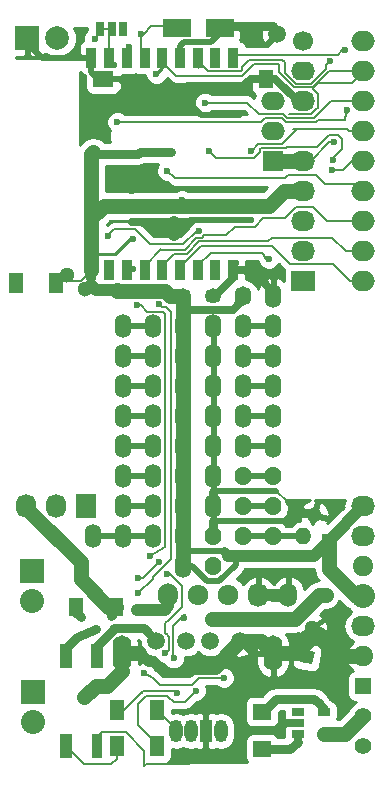
<source format=gbr>
G04 #@! TF.FileFunction,Copper,L1,Top,Signal*
%FSLAX46Y46*%
G04 Gerber Fmt 4.6, Leading zero omitted, Abs format (unit mm)*
G04 Created by KiCad (PCBNEW 4.0.2-4+6225~38~ubuntu15.04.1-stable) date 2016年05月17日 13時52分55秒*
%MOMM*%
G01*
G04 APERTURE LIST*
%ADD10C,0.100000*%
%ADD11C,1.300000*%
%ADD12O,1.400000X1.651000*%
%ADD13O,1.400000X2.000000*%
%ADD14O,1.400000X1.600000*%
%ADD15O,1.400000X1.270000*%
%ADD16C,2.032000*%
%ADD17O,1.800000X1.727200*%
%ADD18O,2.032000X1.727200*%
%ADD19O,1.400000X1.400000*%
%ADD20R,1.300000X1.600000*%
%ADD21R,1.800000X1.400000*%
%ADD22R,1.300000X1.300000*%
%ADD23R,2.000000X2.000000*%
%ADD24C,2.000000*%
%ADD25O,1.117600X1.905000*%
%ADD26R,1.117600X1.905000*%
%ADD27R,1.727200X1.700000*%
%ADD28O,2.032000X1.524000*%
%ADD29R,2.032000X1.727200*%
%ADD30R,2.032000X2.032000*%
%ADD31O,2.032000X2.032000*%
%ADD32R,1.397000X1.397000*%
%ADD33C,1.397000*%
%ADD34R,0.900000X1.700000*%
%ADD35C,1.700000*%
%ADD36O,2.032000X1.600000*%
%ADD37R,1.600000X1.400000*%
%ADD38C,1.501140*%
%ADD39O,1.600000X3.000000*%
%ADD40O,1.700000X2.000000*%
%ADD41O,1.727200X1.800000*%
%ADD42O,1.727200X2.032000*%
%ADD43O,1.500000X2.032000*%
%ADD44R,1.060000X0.650000*%
%ADD45R,1.727200X2.032000*%
%ADD46R,1.200000X1.700000*%
%ADD47R,0.800000X1.200000*%
%ADD48R,2.400000X1.500000*%
%ADD49C,0.800000*%
%ADD50R,0.899160X1.998980*%
%ADD51R,1.000760X1.998980*%
%ADD52C,1.500000*%
%ADD53R,1.200000X1.600000*%
%ADD54O,2.000000X1.700000*%
%ADD55C,0.600000*%
%ADD56C,0.762000*%
%ADD57C,0.635000*%
%ADD58C,1.270000*%
%ADD59C,0.508000*%
%ADD60C,1.016000*%
%ADD61C,0.127000*%
%ADD62C,0.250000*%
%ADD63C,0.203200*%
%ADD64C,0.254000*%
G04 APERTURE END LIST*
D10*
D11*
X105981500Y-74358500D03*
D12*
X119380000Y-74930000D03*
D13*
X121920000Y-74930000D03*
D11*
X125224320Y-103024181D03*
D10*
G36*
X125236338Y-106123351D02*
X124153049Y-105932338D01*
X124344062Y-104849049D01*
X125427351Y-105040062D01*
X125236338Y-106123351D01*
X125236338Y-106123351D01*
G37*
D14*
X116840000Y-97790000D03*
X116840000Y-95250000D03*
D13*
X116840000Y-92710000D03*
X116840000Y-90170000D03*
X116840000Y-87630000D03*
X116840000Y-85090000D03*
X116840000Y-82550000D03*
X116840000Y-80010000D03*
X116840000Y-77470000D03*
D15*
X116840000Y-74930000D03*
D16*
X129540000Y-100330000D03*
D17*
X129540000Y-97790000D03*
D18*
X129540000Y-95250000D03*
X129540000Y-92710000D03*
D13*
X106680000Y-95250000D03*
X109220000Y-95250000D03*
D14*
X121920000Y-95250000D03*
D19*
X124460000Y-95250000D03*
D14*
X119380000Y-92710000D03*
X121920000Y-92710000D03*
X119380000Y-95250000D03*
X121920000Y-95250000D03*
X119380000Y-90170000D03*
X121920000Y-90170000D03*
D13*
X119380000Y-87630000D03*
X121920000Y-87630000D03*
X119380000Y-77470000D03*
X121920000Y-77470000D03*
X119380000Y-80010000D03*
X121920000Y-80010000D03*
X119380000Y-85090000D03*
X121920000Y-85090000D03*
X119380000Y-82550000D03*
X121920000Y-82550000D03*
X109220000Y-82550000D03*
X111760000Y-82550000D03*
X109220000Y-85090000D03*
X111760000Y-85090000D03*
X109220000Y-80010000D03*
X111760000Y-80010000D03*
X109220000Y-77470000D03*
X111760000Y-77470000D03*
X109220000Y-87630000D03*
X111760000Y-87630000D03*
X109220000Y-90170000D03*
X111760000Y-90170000D03*
X109220000Y-95250000D03*
X111760000Y-95250000D03*
D20*
X121335000Y-56520000D03*
D21*
X107535000Y-56520000D03*
D11*
X125369000Y-93465936D03*
D22*
X126619000Y-95631000D03*
D23*
X101092000Y-53086000D03*
D24*
X103632000Y-53086000D03*
D25*
X117475000Y-111760000D03*
D26*
X116205000Y-111760000D03*
D25*
X114935000Y-111760000D03*
X113665000Y-111760000D03*
D27*
X121920000Y-63500000D03*
D28*
X121920000Y-60960000D03*
X121920000Y-58420000D03*
D29*
X124460000Y-73660000D03*
D18*
X124460000Y-71120000D03*
X124460000Y-68580000D03*
X124460000Y-66040000D03*
X124460000Y-63500000D03*
D30*
X101473000Y-98171000D03*
D31*
X101473000Y-100711000D03*
D30*
X101600000Y-108458000D03*
D31*
X101600000Y-110998000D03*
D16*
X129540000Y-100330000D03*
D18*
X129540000Y-102870000D03*
D17*
X129540000Y-105410000D03*
D32*
X129540000Y-107950000D03*
D33*
X129540000Y-110490000D03*
X129540000Y-113030000D03*
D34*
X106522000Y-54754000D03*
X106522000Y-72754000D03*
X108022000Y-54754000D03*
X108022000Y-72754000D03*
X109522000Y-54754000D03*
X109522000Y-72754000D03*
X111022000Y-54754000D03*
X111022000Y-72754000D03*
X112522000Y-54754000D03*
X112522000Y-72754000D03*
X114022000Y-54754000D03*
X114022000Y-72754000D03*
X115522000Y-54754000D03*
X115522000Y-72754000D03*
X117022000Y-54754000D03*
X117022000Y-72754000D03*
X118522000Y-54754000D03*
X118522000Y-72754000D03*
D13*
X109220000Y-92710000D03*
X111760000Y-92710000D03*
X114300000Y-97790000D03*
X114300000Y-95250000D03*
X114300000Y-92710000D03*
X114300000Y-90170000D03*
X114300000Y-87630000D03*
X114300000Y-85090000D03*
X114300000Y-82550000D03*
X114300000Y-80010000D03*
X114300000Y-77470000D03*
D15*
X114300000Y-74930000D03*
D35*
X124460000Y-53340000D03*
D36*
X124460000Y-55880000D03*
D18*
X124460000Y-58420000D03*
D37*
X120980200Y-113309200D03*
X120980200Y-110109200D03*
D38*
X119126860Y-104137880D03*
X116586860Y-104137880D03*
X114554860Y-104137880D03*
X112014860Y-104137880D03*
D39*
X121914000Y-105170000D03*
X109114000Y-105170000D03*
D40*
X113030000Y-100203000D03*
D41*
X115570000Y-100203000D03*
X118110000Y-100203000D03*
D42*
X120650000Y-100203000D03*
D43*
X123190000Y-100203000D03*
D44*
X123995000Y-110149600D03*
X123995000Y-111099600D03*
X123995000Y-112049600D03*
X126195000Y-112049600D03*
X126195000Y-110149600D03*
D45*
X106045000Y-92710000D03*
D42*
X103505000Y-92710000D03*
X100965000Y-92710000D03*
D46*
X112063000Y-113030000D03*
X108663000Y-113030000D03*
D47*
X107220000Y-52324000D03*
X109220000Y-52324000D03*
X108220000Y-52324000D03*
D48*
X113770000Y-52197000D03*
X117370000Y-52197000D03*
D49*
X116840000Y-52197000D03*
X114300000Y-52197000D03*
D50*
X107012740Y-113019840D03*
D51*
X104363520Y-113019840D03*
X104363520Y-105420160D03*
X106964480Y-105420160D03*
D11*
X104457500Y-73152000D03*
D52*
X122237500Y-52705000D03*
D46*
X112063000Y-109982000D03*
X108663000Y-109982000D03*
D53*
X105234000Y-101219000D03*
X108634000Y-101219000D03*
D46*
X100154000Y-73850500D03*
X103554000Y-73850500D03*
D54*
X129540000Y-73660000D03*
X129540000Y-63500000D03*
X129540000Y-66040000D03*
X129540000Y-71120000D03*
X129540000Y-68580000D03*
X129540000Y-58420000D03*
X129540000Y-60960000D03*
X129540000Y-55880000D03*
X129540000Y-53340000D03*
D55*
X125829800Y-109474000D03*
X110014000Y-70108720D03*
X113284000Y-62738000D03*
X114204500Y-66802000D03*
X106680000Y-62738000D03*
X122580400Y-111379000D03*
X116649500Y-106299000D03*
X113538000Y-69723000D03*
X108140500Y-102044500D03*
X105600500Y-98869500D03*
X105918000Y-108902500D03*
X118745000Y-72136000D03*
X114141250Y-57689750D03*
X114109500Y-55054500D03*
X109982000Y-68643500D03*
X120042288Y-68463892D03*
X111823500Y-64389000D03*
X109918500Y-66040000D03*
X118999000Y-59563000D03*
X121729500Y-63754000D03*
X127050800Y-61925200D03*
X106870500Y-103124000D03*
X110363000Y-101473000D03*
X111506000Y-96901000D03*
X110998000Y-106883200D03*
X117729000Y-107251500D03*
X110363000Y-75692000D03*
X106781600Y-53136800D03*
X108712000Y-60198000D03*
X128143000Y-59182000D03*
X108458000Y-55372000D03*
X110744000Y-52705000D03*
X126339600Y-100279200D03*
X116762000Y-102235000D03*
X110490000Y-98806000D03*
X112204500Y-97409000D03*
X110998000Y-72644000D03*
X112776000Y-105156000D03*
X112903000Y-98488500D03*
X112522000Y-72644000D03*
X112014000Y-56134000D03*
X120015000Y-62611000D03*
X117022000Y-72754000D03*
X126695200Y-55067200D03*
X123995000Y-110149600D03*
X100154000Y-73850500D03*
X107823000Y-73215500D03*
X110071988Y-72624561D03*
X110490000Y-100076000D03*
X112268000Y-75628500D03*
X112934460Y-64320100D03*
X127000000Y-63398400D03*
X116484400Y-62687200D03*
X117043200Y-54864000D03*
X105615000Y-102108000D03*
X128016000Y-54102000D03*
X115379500Y-108331000D03*
X118618000Y-54991000D03*
X116141500Y-58547000D03*
X107913530Y-69807286D03*
X115620800Y-69418200D03*
X115519200Y-72720200D03*
X126847600Y-64287400D03*
X121539000Y-71780400D03*
X113728500Y-108521500D03*
X113487200Y-105613200D03*
X114363500Y-102171500D03*
X114046000Y-72898000D03*
X109728000Y-53848000D03*
D56*
X120980200Y-110109200D02*
X121056200Y-110109200D01*
X121056200Y-110109200D02*
X122123200Y-109042200D01*
X122123200Y-109042200D02*
X124815600Y-109042200D01*
X124815600Y-109042200D02*
X125398000Y-109042200D01*
X125398000Y-109042200D02*
X125829800Y-109474000D01*
D57*
X125829800Y-109474000D02*
X126195000Y-109839200D01*
X126195000Y-109839200D02*
X126195000Y-110149600D01*
D58*
X129540000Y-100330000D02*
X128905000Y-100330000D01*
X128905000Y-100330000D02*
X126619000Y-98044000D01*
X126619000Y-98044000D02*
X126619000Y-97155000D01*
X126619000Y-95631000D02*
X126619000Y-97155000D01*
D59*
X114300000Y-97790000D02*
X115062000Y-97790000D01*
X118745000Y-97663000D02*
X118745000Y-96901000D01*
X117348000Y-99060000D02*
X118745000Y-97663000D01*
X116332000Y-99060000D02*
X117348000Y-99060000D01*
X115062000Y-97790000D02*
X116332000Y-99060000D01*
D60*
X118110000Y-96901000D02*
X118745000Y-96901000D01*
D59*
X114300000Y-96520000D02*
X117729000Y-96520000D01*
D56*
X117729000Y-96520000D02*
X118110000Y-96901000D01*
D60*
X118745000Y-96901000D02*
X125349000Y-96901000D01*
X125349000Y-96901000D02*
X126619000Y-95631000D01*
X129540000Y-100330000D02*
X129413000Y-100330000D01*
X129540000Y-92710000D02*
X126619000Y-95631000D01*
D61*
X105219500Y-73660000D02*
X103744500Y-73660000D01*
X103744500Y-73660000D02*
X103554000Y-73850500D01*
D58*
X124460000Y-66040000D02*
X122809000Y-66040000D01*
X122809000Y-66040000D02*
X121920000Y-66929000D01*
X114014000Y-67310000D02*
X107569000Y-67310000D01*
X106522000Y-68357000D02*
X106522000Y-69697600D01*
X107569000Y-67310000D02*
X106522000Y-68357000D01*
X114014000Y-67310000D02*
X121539000Y-67310000D01*
X121539000Y-67310000D02*
X121920000Y-66929000D01*
D60*
X107086400Y-74422000D02*
X106934000Y-74422000D01*
X108661200Y-74422000D02*
X107086400Y-74422000D01*
D58*
X114300000Y-74930000D02*
X113182400Y-74930000D01*
X108712000Y-74472800D02*
X108661200Y-74422000D01*
X112725200Y-74472800D02*
X108712000Y-74472800D01*
X113182400Y-74930000D02*
X112725200Y-74472800D01*
D57*
X114300000Y-76073000D02*
X118491000Y-76073000D01*
X118491000Y-76073000D02*
X119380000Y-75184000D01*
X119380000Y-75184000D02*
X119380000Y-74930000D01*
D58*
X106522000Y-69697600D02*
X106522000Y-62896000D01*
X106522000Y-62896000D02*
X106680000Y-62738000D01*
D56*
X113284000Y-62738000D02*
X110642400Y-62738000D01*
X106832400Y-62890400D02*
X106680000Y-62738000D01*
X110490000Y-62890400D02*
X106832400Y-62890400D01*
X110642400Y-62738000D02*
X110490000Y-62890400D01*
D60*
X106934000Y-74422000D02*
X106466475Y-73954475D01*
X106466475Y-73954475D02*
X106522000Y-73954475D01*
D58*
X106522000Y-69697600D02*
X106522000Y-72754000D01*
D59*
X106522000Y-72754000D02*
X106522000Y-73954475D01*
X106522000Y-73954475D02*
X106522000Y-74010000D01*
X106522000Y-74010000D02*
X106934000Y-74422000D01*
D58*
X114300000Y-95250000D02*
X114300000Y-96520000D01*
X114300000Y-96520000D02*
X114300000Y-97790000D01*
X114300000Y-92710000D02*
X114300000Y-95250000D01*
X114300000Y-90170000D02*
X114300000Y-92710000D01*
X114300000Y-87630000D02*
X114300000Y-90170000D01*
X114300000Y-85090000D02*
X114300000Y-87630000D01*
X114300000Y-82550000D02*
X114300000Y-85090000D01*
X114300000Y-80010000D02*
X114300000Y-82550000D01*
X114300000Y-77470000D02*
X114300000Y-80010000D01*
X114300000Y-74930000D02*
X114300000Y-76073000D01*
X114300000Y-76073000D02*
X114300000Y-77470000D01*
D62*
X108490000Y-71374000D02*
X109760000Y-70104000D01*
X108490000Y-71374000D02*
X106680000Y-71374000D01*
X106680000Y-71374000D02*
X106522000Y-71532000D01*
X106522000Y-72754000D02*
X106522000Y-71532000D01*
D63*
X104616000Y-73660000D02*
X105219500Y-73660000D01*
X105219500Y-73660000D02*
X105616000Y-73660000D01*
X105616000Y-73660000D02*
X106522000Y-72754000D01*
D58*
X124460000Y-66040000D02*
X123803356Y-66040000D01*
D59*
X124460000Y-66040000D02*
X123952000Y-66040000D01*
D57*
X123995000Y-111099600D02*
X122859800Y-111099600D01*
X122859800Y-111099600D02*
X122580400Y-111379000D01*
D58*
X123811000Y-105170000D02*
X123938000Y-105170000D01*
X124460000Y-104561000D02*
X125476000Y-103545000D01*
X124460000Y-104648000D02*
X124460000Y-104561000D01*
X123938000Y-105170000D02*
X124460000Y-104648000D01*
X123811000Y-105170000D02*
X121914000Y-105170000D01*
X125476000Y-103545000D02*
X125770000Y-103545000D01*
X125770000Y-103545000D02*
X127635000Y-105410000D01*
X127635000Y-105410000D02*
X129540000Y-105410000D01*
X121914000Y-105170000D02*
X123811000Y-105170000D01*
X125436000Y-103545000D02*
X125476000Y-103545000D01*
X129540000Y-105410000D02*
X129413000Y-105410000D01*
D60*
X123190000Y-100203000D02*
X120650000Y-100203000D01*
X121914000Y-100336000D02*
X123057000Y-100336000D01*
X123057000Y-100336000D02*
X123190000Y-100203000D01*
X121914000Y-100336000D02*
X121920000Y-100330000D01*
D56*
X125242000Y-93338936D02*
X124072936Y-93338936D01*
X124072936Y-93338936D02*
X123781500Y-93047500D01*
D59*
X123781500Y-93047500D02*
X124453936Y-93047500D01*
D56*
X116840000Y-92710000D02*
X116840000Y-91503500D01*
X116840000Y-91503500D02*
X116903500Y-91440000D01*
X116840000Y-93980000D02*
X116776500Y-93980000D01*
X116840000Y-93980000D02*
X116840000Y-95250000D01*
D59*
X123571000Y-93980000D02*
X116776500Y-93980000D01*
X124453936Y-93097064D02*
X123571000Y-93980000D01*
X124453936Y-93047500D02*
X124453936Y-93097064D01*
X123781500Y-93047500D02*
X123126500Y-92392500D01*
X116903500Y-91440000D02*
X122174000Y-91440000D01*
D63*
X122174000Y-91440000D02*
X123126500Y-92392500D01*
X123126500Y-92392500D02*
X123781500Y-93047500D01*
X116903500Y-91440000D02*
X122174000Y-91440000D01*
D56*
X116649500Y-106299000D02*
X116965740Y-106299000D01*
D58*
X109114000Y-105170000D02*
X110567500Y-105170000D01*
X115316000Y-106299000D02*
X116965740Y-106299000D01*
D56*
X114744500Y-106870500D02*
X115316000Y-106299000D01*
X112649000Y-106870500D02*
X114744500Y-106870500D01*
X111696500Y-105918000D02*
X112649000Y-106870500D01*
X111315500Y-105918000D02*
X111696500Y-105918000D01*
X110567500Y-105170000D02*
X111315500Y-105918000D01*
D58*
X116965740Y-106299000D02*
X119126860Y-104137880D01*
D56*
X117370000Y-52070000D02*
X121920000Y-52070000D01*
D60*
X113538000Y-68662550D02*
X113538000Y-69723000D01*
D56*
X108634000Y-101219000D02*
X108634000Y-101551000D01*
X108634000Y-101551000D02*
X108140500Y-102044500D01*
D58*
X108634000Y-101219000D02*
X107950000Y-101219000D01*
X107950000Y-101219000D02*
X105600500Y-98869500D01*
D61*
X107012740Y-113019840D02*
X107012740Y-112189260D01*
X107012740Y-112189260D02*
X107378500Y-111823500D01*
X107378500Y-111823500D02*
X109410500Y-111823500D01*
X109410500Y-111823500D02*
X110998000Y-113411000D01*
X110998000Y-113411000D02*
X110998000Y-114681000D01*
X110998000Y-114681000D02*
X111125000Y-114554000D01*
X111125000Y-114554000D02*
X114744500Y-114554000D01*
X114744500Y-114554000D02*
X116205000Y-113093500D01*
X116205000Y-113093500D02*
X116205000Y-111760000D01*
D58*
X105600500Y-98869500D02*
X105600500Y-97472500D01*
X105600500Y-97472500D02*
X100965000Y-92837000D01*
D56*
X100965000Y-92837000D02*
X100965000Y-92710000D01*
D58*
X105918000Y-108902500D02*
X106870500Y-107950000D01*
X106870500Y-107950000D02*
X107823000Y-107950000D01*
X107823000Y-107950000D02*
X109114000Y-106659000D01*
D56*
X109114000Y-106659000D02*
X109114000Y-105170000D01*
D58*
X119126860Y-104137880D02*
X120881880Y-104137880D01*
X120881880Y-104137880D02*
X121914000Y-105170000D01*
D57*
X121920000Y-74930000D02*
X121920000Y-74549000D01*
X121920000Y-74549000D02*
X120125000Y-72754000D01*
X120125000Y-72754000D02*
X118522000Y-72754000D01*
X116840000Y-74930000D02*
X116967000Y-74930000D01*
X116967000Y-74930000D02*
X118522000Y-73375000D01*
X118522000Y-73375000D02*
X118522000Y-72754000D01*
X114022000Y-54967000D02*
X114109500Y-55054500D01*
X114022000Y-54967000D02*
X114022000Y-54754000D01*
X121335000Y-56520000D02*
X120010000Y-56520000D01*
X120010000Y-56520000D02*
X119380000Y-57150000D01*
X119380000Y-57150000D02*
X114681000Y-57150000D01*
X114681000Y-57150000D02*
X114141250Y-57689750D01*
X114141250Y-57689750D02*
X113030000Y-58801000D01*
X121335000Y-56520000D02*
X122095847Y-56520000D01*
X122095847Y-56520000D02*
X123995847Y-58420000D01*
X123995847Y-58420000D02*
X124460000Y-58420000D01*
D59*
X125196600Y-58420000D02*
X125175990Y-58440610D01*
D57*
X114661950Y-68662550D02*
X113538000Y-68662550D01*
X113538000Y-68662550D02*
X110001050Y-68662550D01*
X110001050Y-68662550D02*
X109982000Y-68643500D01*
D59*
X114661950Y-68662550D02*
X114860608Y-68463892D01*
X114860608Y-68463892D02*
X119618024Y-68463892D01*
X119618024Y-68463892D02*
X120042288Y-68463892D01*
X111823500Y-65405000D02*
X111823500Y-64389000D01*
X111569500Y-65659000D02*
X111823500Y-65405000D01*
X110299500Y-65659000D02*
X111569500Y-65659000D01*
X109918500Y-66040000D02*
X110299500Y-65659000D01*
X108907500Y-56520000D02*
X111188500Y-58801000D01*
X107535000Y-56520000D02*
X108907500Y-56520000D01*
X111188500Y-58801000D02*
X113030000Y-58801000D01*
X113030000Y-58801000D02*
X113792000Y-58801000D01*
X115071502Y-58801000D02*
X115833502Y-59563000D01*
X115833502Y-59563000D02*
X118999000Y-59563000D01*
X113792000Y-58801000D02*
X115071502Y-58801000D01*
D63*
X127050800Y-61925200D02*
X126644400Y-61925200D01*
X126644400Y-61925200D02*
X125069600Y-63500000D01*
X125069600Y-63500000D02*
X124460000Y-63500000D01*
D58*
X121920000Y-63500000D02*
X124460000Y-63500000D01*
D61*
X121729500Y-63754000D02*
X121666000Y-63976000D01*
D59*
X117694001Y-52479921D02*
X117694001Y-52070000D01*
X114022000Y-54754000D02*
X114022000Y-53745000D01*
X116614599Y-53438401D02*
X117376439Y-52676561D01*
X114328599Y-53438401D02*
X116614599Y-53438401D01*
X114022000Y-53745000D02*
X114328599Y-53438401D01*
X107535000Y-56520000D02*
X107066000Y-56520000D01*
X107066000Y-56520000D02*
X106522000Y-55976000D01*
X106522000Y-54754000D02*
X102345000Y-54754000D01*
X102345000Y-54754000D02*
X101092000Y-53501000D01*
X101092000Y-53501000D02*
X101092000Y-53086000D01*
X106522000Y-55976000D02*
X106522000Y-54754000D01*
D63*
X124460000Y-63500000D02*
X125069600Y-63500000D01*
D56*
X104363520Y-105420160D02*
X104363520Y-104741980D01*
X104363520Y-104741980D02*
X105283000Y-103822500D01*
X105283000Y-103822500D02*
X106870500Y-103124000D01*
D60*
X113030000Y-100203000D02*
X113030000Y-101155500D01*
X113030000Y-101155500D02*
X112712500Y-101473000D01*
X112712500Y-101473000D02*
X110363000Y-101473000D01*
D61*
X113665000Y-111760000D02*
X113665000Y-111584000D01*
X113665000Y-111584000D02*
X112063000Y-109982000D01*
X112063000Y-109982000D02*
X112063000Y-110158000D01*
X110363000Y-75692000D02*
X110680500Y-75692000D01*
X110680500Y-75692000D02*
X111252000Y-76263500D01*
X115570000Y-107251500D02*
X115570000Y-107315000D01*
X112331500Y-107823000D02*
X111760000Y-107251500D01*
X115062000Y-107823000D02*
X112331500Y-107823000D01*
X115570000Y-107315000D02*
X115062000Y-107823000D01*
X117729000Y-107251500D02*
X115570000Y-107251500D01*
X111760000Y-107251500D02*
X111696500Y-107251500D01*
X111696500Y-107251500D02*
X110998000Y-106883200D01*
X112585500Y-76263500D02*
X112776000Y-76454000D01*
D63*
X112776000Y-96139000D02*
X112776000Y-76454000D01*
X112776000Y-96139000D02*
X111506000Y-96901000D01*
D61*
X111252000Y-76263500D02*
X112585500Y-76263500D01*
X120904000Y-60198000D02*
X109136264Y-60198000D01*
X125508795Y-60201131D02*
X122966704Y-60201131D01*
X125683405Y-60026521D02*
X125508795Y-60201131D01*
X121211989Y-59890011D02*
X120904000Y-60198000D01*
X122966704Y-60201131D02*
X122655586Y-59890011D01*
X127981349Y-60026521D02*
X125683405Y-60026521D01*
X128042918Y-59405380D02*
X127981349Y-60026521D01*
X122655586Y-59890011D02*
X121211989Y-59890011D01*
X109136264Y-60198000D02*
X108712000Y-60198000D01*
D63*
X107220000Y-52324000D02*
X107220000Y-52698400D01*
X107220000Y-52698400D02*
X106781600Y-53136800D01*
X108220000Y-52324000D02*
X107220000Y-52324000D01*
X108022000Y-54754000D02*
X108022000Y-52522000D01*
X108022000Y-52522000D02*
X108220000Y-52324000D01*
X128143000Y-59305298D02*
X128143000Y-59182000D01*
X128042918Y-59405380D02*
X128143000Y-59305298D01*
D61*
X128119118Y-59408310D02*
X128042918Y-59405380D01*
D62*
X108458000Y-55372000D02*
X108022000Y-54936000D01*
X108022000Y-54936000D02*
X108022000Y-54754000D01*
X108094000Y-54754000D02*
X108022000Y-54754000D01*
D63*
X108022000Y-53920000D02*
X108022000Y-54754000D01*
X108022000Y-55516000D02*
X108022000Y-53920000D01*
X111506000Y-96901000D02*
X111506000Y-96774000D01*
X111506000Y-96774000D02*
X111506000Y-96901000D01*
X113770000Y-52070000D02*
X112395000Y-52070000D01*
X110934500Y-52705000D02*
X110744000Y-52705000D01*
X110934500Y-52705000D02*
X111569500Y-52070000D01*
X112395000Y-52070000D02*
X111569500Y-52070000D01*
X110744000Y-52705000D02*
X110744000Y-54476000D01*
X110744000Y-54476000D02*
X111022000Y-54754000D01*
D61*
X110744000Y-54476000D02*
X111022000Y-54754000D01*
D63*
X113157370Y-52682630D02*
X113598399Y-52241601D01*
D58*
X116762000Y-102235000D02*
X116812800Y-102285800D01*
X116812800Y-102285800D02*
X123748800Y-102285800D01*
X123748800Y-102285800D02*
X125755400Y-100279200D01*
X125755400Y-100279200D02*
X126339600Y-100279200D01*
D61*
X110490000Y-98806000D02*
X110871000Y-98806000D01*
X112204500Y-97472500D02*
X112204500Y-97409000D01*
X110871000Y-98806000D02*
X112204500Y-97472500D01*
X129540000Y-68580000D02*
X126428500Y-68580000D01*
X125263290Y-67414790D02*
X123824955Y-67414790D01*
X126428500Y-68580000D02*
X125263290Y-67414790D01*
X123824955Y-67414790D02*
X122913745Y-68326000D01*
X115350318Y-69981702D02*
X115350318Y-70042180D01*
X112395000Y-70993000D02*
X112395000Y-70981000D01*
X112383000Y-70993000D02*
X112395000Y-70993000D01*
X114399498Y-70993000D02*
X112383000Y-70993000D01*
X115350318Y-70042180D02*
X114399498Y-70993000D01*
X110617000Y-98806000D02*
X110490000Y-98806000D01*
X117947093Y-69787200D02*
X118668800Y-69065493D01*
X116085784Y-69787200D02*
X117947093Y-69787200D01*
X115891282Y-69981702D02*
X116085784Y-69787200D01*
X111022000Y-72354000D02*
X112395000Y-70981000D01*
X111022000Y-72754000D02*
X111022000Y-72354000D01*
X115350318Y-69981702D02*
X115891282Y-69981702D01*
D63*
X120331057Y-69065493D02*
X118668800Y-69065493D01*
D61*
X129540000Y-68580000D02*
X129489200Y-68580000D01*
D63*
X121070550Y-68326000D02*
X120331057Y-69065493D01*
X122913745Y-68326000D02*
X121070550Y-68326000D01*
X123824955Y-67414790D02*
X122913745Y-68326000D01*
X110998000Y-72219736D02*
X110998000Y-72644000D01*
D62*
X110998000Y-72644000D02*
X111022000Y-72668000D01*
X111022000Y-72668000D02*
X111022000Y-72754000D01*
D61*
X113061750Y-104711500D02*
X113061750Y-104870250D01*
X113061750Y-104870250D02*
X112776000Y-105156000D01*
X112966500Y-103632000D02*
X112966500Y-103673252D01*
X112966500Y-103673252D02*
X113061750Y-103768502D01*
X113061750Y-103768502D02*
X113083998Y-103768502D01*
X113083998Y-103768502D02*
X113061750Y-103768502D01*
X112776000Y-102616000D02*
X113061750Y-102330250D01*
X112776000Y-103441500D02*
X112776000Y-102616000D01*
X112966500Y-103632000D02*
X112776000Y-103441500D01*
X113520000Y-71356000D02*
X114586186Y-71356000D01*
X114586186Y-71356000D02*
X115633473Y-70308713D01*
X113061750Y-104711500D02*
X113061750Y-103768502D01*
X113061750Y-102330250D02*
X114173000Y-101219000D01*
X113157000Y-98402225D02*
X112862275Y-98402225D01*
X112903000Y-98442950D02*
X112903000Y-98488500D01*
X112862275Y-98402225D02*
X112903000Y-98442950D01*
X113261225Y-98529225D02*
X113157000Y-98402225D01*
X113157000Y-98402225D02*
X113134225Y-98402225D01*
X114173000Y-99441000D02*
X113379250Y-98647250D01*
X113379250Y-98647250D02*
X113261225Y-98529225D01*
X114173000Y-101219000D02*
X114173000Y-99441000D01*
X113520000Y-71356000D02*
X112522000Y-72354000D01*
X116026734Y-70308713D02*
X115633473Y-70308713D01*
X121491398Y-70307200D02*
X116028247Y-70307200D01*
X129540000Y-71120000D02*
X128041400Y-71120000D01*
X121805708Y-69992890D02*
X121491398Y-70307200D01*
X126914290Y-69992890D02*
X121805708Y-69992890D01*
X128041400Y-71120000D02*
X126914290Y-69992890D01*
X116028247Y-70307200D02*
X116026734Y-70308713D01*
X112522000Y-72354000D02*
X112522000Y-72754000D01*
X112522000Y-72644000D02*
X112821999Y-72344001D01*
X112821999Y-72344001D02*
X112821999Y-72179699D01*
D62*
X112522000Y-72644000D02*
X112522000Y-72754000D01*
D61*
X129540000Y-55880000D02*
X126642493Y-55880000D01*
X126642493Y-55880000D02*
X125251972Y-57270521D01*
X125251972Y-57270521D02*
X123668028Y-57270521D01*
X125739510Y-59045490D02*
X125580884Y-59045490D01*
X125580884Y-59045490D02*
X125079264Y-59547110D01*
X125079264Y-59547110D02*
X123237610Y-59547110D01*
X125271836Y-57390336D02*
X125739510Y-57858010D01*
X125739510Y-57858010D02*
X125739510Y-59045490D01*
X125271836Y-57277000D02*
X125271836Y-57390336D01*
X128414501Y-56850001D02*
X125698835Y-56850001D01*
X125698835Y-56850001D02*
X125271836Y-57277000D01*
X128397000Y-56850001D02*
X128569999Y-56850001D01*
X128414501Y-56850001D02*
X128397000Y-56850001D01*
D62*
X112522000Y-55626000D02*
X112014000Y-56134000D01*
D61*
X122345901Y-55257009D02*
X120255756Y-55257009D01*
X119243244Y-56269521D02*
X113637521Y-56269521D01*
X113637521Y-56269521D02*
X112522000Y-55154000D01*
X112522000Y-55154000D02*
X112522000Y-54754000D01*
X120255756Y-55257009D02*
X119243244Y-56269521D01*
X123484007Y-57086500D02*
X122398601Y-56001094D01*
X122398601Y-56001094D02*
X122398601Y-55309709D01*
X122398601Y-55309709D02*
X122345901Y-55257009D01*
X123668028Y-57270521D02*
X123484007Y-57086500D01*
X128569999Y-56850001D02*
X129540000Y-55880000D01*
D62*
X112522000Y-54754000D02*
X112522000Y-55626000D01*
D61*
X124206000Y-60764651D02*
X123893349Y-60764651D01*
X120078500Y-62611000D02*
X120015000Y-62611000D01*
X120659502Y-62029998D02*
X120078500Y-62611000D01*
X122628002Y-62029998D02*
X120659502Y-62029998D01*
X123893349Y-60764651D02*
X122628002Y-62029998D01*
X124046064Y-60764651D02*
X123621800Y-60764651D01*
X129540000Y-60960000D02*
X128333500Y-60960000D01*
X128138151Y-60764651D02*
X124206000Y-60764651D01*
X124206000Y-60764651D02*
X124046064Y-60764651D01*
X128333500Y-60960000D02*
X128138151Y-60764651D01*
X117022000Y-71954000D02*
X117022000Y-72754000D01*
X119235501Y-55562500D02*
X119253000Y-55562500D01*
X119253000Y-55562500D02*
X119885502Y-54929998D01*
X116713000Y-55867501D02*
X117399001Y-55867501D01*
X126395201Y-55367199D02*
X126695200Y-55067200D01*
X125116520Y-56943510D02*
X126395201Y-55664829D01*
X122872500Y-55118000D02*
X122872500Y-56012530D01*
X122872500Y-56012530D02*
X123803480Y-56943510D01*
X123803480Y-56943510D02*
X125116520Y-56943510D01*
X126395201Y-55664829D02*
X126395201Y-55367199D01*
X122684498Y-54929998D02*
X122872500Y-55118000D01*
X119182801Y-55867501D02*
X119235501Y-55814801D01*
X119885502Y-54929998D02*
X122684498Y-54929998D01*
X119235501Y-55814801D02*
X119235501Y-55562500D01*
X117399001Y-55867501D02*
X119182801Y-55867501D01*
X122872500Y-55118000D02*
X122872500Y-55118000D01*
X116361199Y-55867501D02*
X116713000Y-55867501D01*
X115522000Y-54754000D02*
X115522000Y-55028302D01*
X115522000Y-55028302D02*
X116361199Y-55867501D01*
X115522000Y-54754000D02*
X115522000Y-54404000D01*
D62*
X115522000Y-54754000D02*
X115522000Y-55578000D01*
D58*
X126195000Y-112049600D02*
X127980400Y-112049600D01*
X127980400Y-112049600D02*
X129540000Y-110490000D01*
D61*
X107823000Y-73215500D02*
X108022000Y-73016500D01*
X108022000Y-73016500D02*
X108022000Y-72754000D01*
X108022000Y-72889500D02*
X108022000Y-72754000D01*
X100647500Y-73723500D02*
X100616000Y-73692000D01*
X100616000Y-73692000D02*
X100616000Y-73660000D01*
D63*
X108022000Y-73057834D02*
X108016679Y-73063155D01*
X108022000Y-72754000D02*
X108022000Y-73057834D01*
X108022000Y-72754000D02*
X108022000Y-72953000D01*
D62*
X108022000Y-72826000D02*
X108022000Y-72754000D01*
D63*
X109712500Y-72754000D02*
X109841939Y-72624561D01*
X109841939Y-72624561D02*
X110071988Y-72624561D01*
D61*
X111760000Y-98806000D02*
X111760000Y-98679000D01*
X113284000Y-97155000D02*
X113284000Y-96774000D01*
X111760000Y-98679000D02*
X113284000Y-97155000D01*
X110490000Y-100076000D02*
X111696500Y-98869500D01*
X111760000Y-98806000D02*
X111696500Y-98869500D01*
X113284000Y-76263500D02*
X113284000Y-77597000D01*
X112839500Y-75819000D02*
X113284000Y-76263500D01*
X112458500Y-75819000D02*
X112839500Y-75819000D01*
X112268000Y-75628500D02*
X112458500Y-75819000D01*
X113284000Y-77597000D02*
X113284000Y-96774000D01*
X128981200Y-65481200D02*
X126263400Y-65481200D01*
X125501400Y-64719200D02*
X126263400Y-65481200D01*
X123164600Y-64719200D02*
X125501400Y-64719200D01*
X122910600Y-64973200D02*
X123164600Y-64719200D01*
X113587560Y-64973200D02*
X122910600Y-64973200D01*
X113587560Y-64973200D02*
X112934460Y-64320100D01*
X128981200Y-65481200D02*
X129540000Y-66040000D01*
D59*
X119380000Y-77470000D02*
X121920000Y-77470000D01*
X109220000Y-92710000D02*
X111760000Y-92710000D01*
X106680000Y-95250000D02*
X109220000Y-95250000D01*
X109220000Y-77470000D02*
X111760000Y-77470000D01*
X109220000Y-80010000D02*
X111760000Y-80010000D01*
X109220000Y-82550000D02*
X111760000Y-82550000D01*
X109220000Y-85090000D02*
X111760000Y-85090000D01*
X109220000Y-87630000D02*
X111760000Y-87630000D01*
X109220000Y-90170000D02*
X111760000Y-90170000D01*
X121920000Y-95250000D02*
X124460000Y-95250000D01*
X119380000Y-95250000D02*
X121920000Y-95250000D01*
X119380000Y-92710000D02*
X121920000Y-92710000D01*
X119380000Y-90170000D02*
X121920000Y-90170000D01*
X119380000Y-87630000D02*
X121920000Y-87630000D01*
X119380000Y-85090000D02*
X121920000Y-85090000D01*
X119380000Y-82550000D02*
X121920000Y-82550000D01*
X119380000Y-80010000D02*
X121920000Y-80010000D01*
X109220000Y-95250000D02*
X111760000Y-95250000D01*
D61*
X125577600Y-62331600D02*
X123024900Y-62331600D01*
D63*
X126593600Y-61315600D02*
X127431800Y-61315600D01*
X127000000Y-63220600D02*
X127000000Y-63398400D01*
X127711200Y-62509400D02*
X127000000Y-63220600D01*
X127711200Y-61595000D02*
X127711200Y-62509400D01*
X127431800Y-61315600D02*
X127711200Y-61595000D01*
X126593600Y-61315600D02*
X125577600Y-62331600D01*
D61*
X120904000Y-62357000D02*
X120777000Y-62484000D01*
X122999500Y-62357000D02*
X120904000Y-62357000D01*
X123024900Y-62331600D02*
X122999500Y-62357000D01*
X117043200Y-63246000D02*
X116484400Y-62687200D01*
X120269000Y-63246000D02*
X117043200Y-63246000D01*
X120777000Y-62738000D02*
X120269000Y-63246000D01*
X120777000Y-62484000D02*
X120777000Y-62738000D01*
D63*
X117043200Y-54864000D02*
X117022000Y-54842800D01*
X117022000Y-54842800D02*
X117022000Y-54754000D01*
D56*
X105234000Y-101219000D02*
X105234000Y-101727000D01*
X105234000Y-101727000D02*
X105615000Y-102108000D01*
D61*
X126619000Y-54483000D02*
X127381000Y-54483000D01*
X127762000Y-54102000D02*
X128016000Y-54102000D01*
X127381000Y-54483000D02*
X127762000Y-54102000D01*
X123380500Y-54483000D02*
X118793000Y-54483000D01*
X118793000Y-54483000D02*
X118522000Y-54754000D01*
X123380500Y-54483000D02*
X126619000Y-54483000D01*
X113030000Y-108807250D02*
X113030000Y-108839000D01*
D63*
X110648750Y-109315250D02*
X111156750Y-108807250D01*
D61*
X112063000Y-112825000D02*
X110490000Y-111252000D01*
X110490000Y-109474000D02*
X110648750Y-109315250D01*
X110490000Y-111252000D02*
X110490000Y-109474000D01*
X111156750Y-108807250D02*
X113030000Y-108807250D01*
X113030000Y-108839000D02*
X113474500Y-109283500D01*
X113474500Y-109283500D02*
X114427000Y-109283500D01*
X114427000Y-109283500D02*
X115379500Y-108331000D01*
X112063000Y-113030000D02*
X112063000Y-112825000D01*
X129540000Y-58420000D02*
X126827462Y-58420000D01*
X123102158Y-59874121D02*
X122775147Y-59547110D01*
X126827462Y-58420000D02*
X125373342Y-59874120D01*
X125373342Y-59874120D02*
X123102158Y-59874121D01*
X120729390Y-59547110D02*
X119729280Y-58547000D01*
X122775147Y-59547110D02*
X120729390Y-59547110D01*
X118522000Y-54754000D02*
X118601000Y-54754000D01*
X118618000Y-54991000D02*
X118522000Y-54895000D01*
X118522000Y-54354000D02*
X118522000Y-54754000D01*
X118522000Y-54895000D02*
X118522000Y-54754000D01*
X118522000Y-54754000D02*
X118537500Y-54754000D01*
X116565764Y-58547000D02*
X116141500Y-58547000D01*
X119729280Y-58547000D02*
X116565764Y-58547000D01*
X115620800Y-69418200D02*
X115430300Y-69418200D01*
X111506000Y-70548500D02*
X110248700Y-69291200D01*
X114300000Y-70548500D02*
X111506000Y-70548500D01*
X115430300Y-69418200D02*
X114300000Y-70548500D01*
X108429616Y-69291200D02*
X108213529Y-69507287D01*
X108213529Y-69507287D02*
X107913530Y-69807286D01*
X110248700Y-69291200D02*
X108429616Y-69291200D01*
X115519200Y-72720200D02*
X115522000Y-72723000D01*
X115522000Y-72723000D02*
X115522000Y-72754000D01*
X115522000Y-72754000D02*
X115522000Y-72336400D01*
X115522000Y-72336400D02*
X116611400Y-71247000D01*
X120929400Y-71219643D02*
X120929400Y-71206277D01*
X120956757Y-71247000D02*
X120929400Y-71219643D01*
X116611400Y-71247000D02*
X120956757Y-71247000D01*
X129540000Y-63500000D02*
X128574800Y-63500000D01*
X128574800Y-63500000D02*
X127787400Y-64287400D01*
X127787400Y-64287400D02*
X126847600Y-64287400D01*
D63*
X121409154Y-71920417D02*
X120929400Y-71206277D01*
D61*
X121539000Y-71790571D02*
X121539000Y-71780400D01*
X121409154Y-71920417D02*
X121539000Y-71790571D01*
D63*
X115522000Y-73485000D02*
X115522000Y-72754000D01*
D61*
X115522000Y-72850000D02*
X115522000Y-72754000D01*
X113601500Y-108394500D02*
X113728500Y-108521500D01*
X113601500Y-108394500D02*
X110871000Y-108394500D01*
X110807500Y-108458000D02*
X110871000Y-108394500D01*
X110807500Y-108458000D02*
X110807500Y-108521500D01*
X110807500Y-108521500D02*
X110807500Y-108458000D01*
X113423700Y-105549700D02*
X113487200Y-105613200D01*
X113423700Y-105422700D02*
X113423700Y-105549700D01*
X114022000Y-72754000D02*
X114022000Y-72501215D01*
X114022000Y-72501215D02*
X115835015Y-70688200D01*
X108663000Y-109982000D02*
X109283500Y-109982000D01*
X114427000Y-102108000D02*
X114363500Y-102171500D01*
X114427000Y-101854000D02*
X114427000Y-102108000D01*
X113411000Y-102870000D02*
X114427000Y-101854000D01*
X113423700Y-105422700D02*
X113411000Y-102870000D01*
X109283500Y-109982000D02*
X110807500Y-108458000D01*
X115835015Y-70688200D02*
X115874800Y-70688200D01*
X114022000Y-72754000D02*
X114022000Y-72541000D01*
X115874800Y-70688200D02*
X121793000Y-70688200D01*
X123351910Y-72247110D02*
X121793000Y-70688200D01*
X126984110Y-72247110D02*
X123351910Y-72247110D01*
X128397000Y-73660000D02*
X126984110Y-72247110D01*
X129540000Y-73660000D02*
X128397000Y-73660000D01*
X114022000Y-72754000D02*
X114022000Y-72496580D01*
X114022000Y-72354000D02*
X114022000Y-72754000D01*
D63*
X129540000Y-73660000D02*
X129438400Y-73660000D01*
D61*
X114046000Y-72898000D02*
X114022000Y-72874000D01*
X114022000Y-72874000D02*
X114022000Y-72754000D01*
X116586860Y-104137880D02*
X116586860Y-103631140D01*
X104363520Y-113019840D02*
X104383840Y-113019840D01*
X104383840Y-113019840D02*
X105918000Y-114554000D01*
X105918000Y-114554000D02*
X108204000Y-114554000D01*
X108204000Y-114554000D02*
X108663000Y-114095000D01*
X108663000Y-114095000D02*
X108663000Y-113030000D01*
X109522000Y-54754000D02*
X109522000Y-54054000D01*
X109522000Y-54054000D02*
X109728000Y-53848000D01*
D62*
X109522000Y-54754000D02*
X109522000Y-55420000D01*
D57*
X123995000Y-112049600D02*
X123995000Y-112656800D01*
D56*
X123342600Y-113309200D02*
X120980200Y-113309200D01*
X123995000Y-112656800D02*
X123342600Y-113309200D01*
X112014860Y-104137880D02*
X112011880Y-104137880D01*
X112011880Y-104137880D02*
X110934500Y-103060500D01*
X110934500Y-103060500D02*
X108458000Y-103060500D01*
X108458000Y-103060500D02*
X108331000Y-103187500D01*
X106964480Y-105420160D02*
X106964480Y-104554020D01*
X106964480Y-104554020D02*
X108331000Y-103187500D01*
X108331000Y-103187500D02*
X108331000Y-103124000D01*
D64*
G36*
X128006972Y-101228023D02*
X128006974Y-101228026D01*
X128297236Y-101421973D01*
X128529135Y-101654276D01*
X128295585Y-101810330D01*
X127970729Y-102296511D01*
X127856655Y-102870000D01*
X127970729Y-103443489D01*
X128295585Y-103929670D01*
X128662923Y-104175117D01*
X128645339Y-104182843D01*
X128241058Y-104604697D01*
X128048642Y-105050974D01*
X128169783Y-105283000D01*
X129413000Y-105283000D01*
X129413000Y-105263000D01*
X129667000Y-105263000D01*
X129667000Y-105283000D01*
X129687000Y-105283000D01*
X129687000Y-105537000D01*
X129667000Y-105537000D01*
X129667000Y-105557000D01*
X129413000Y-105557000D01*
X129413000Y-105537000D01*
X128169783Y-105537000D01*
X128048642Y-105769026D01*
X128241058Y-106215303D01*
X128645339Y-106637157D01*
X128651416Y-106639827D01*
X128606183Y-106648338D01*
X128390059Y-106787410D01*
X128245069Y-106999610D01*
X128194060Y-107251500D01*
X128194060Y-108648500D01*
X128238338Y-108883817D01*
X128377410Y-109099941D01*
X128589610Y-109244931D01*
X128841500Y-109295940D01*
X128937884Y-109295940D01*
X128785620Y-109358854D01*
X128410173Y-109733647D01*
X128346173Y-109887776D01*
X127454348Y-110779600D01*
X127285143Y-110779600D01*
X127321431Y-110726490D01*
X127372440Y-110474600D01*
X127372440Y-109824600D01*
X127328162Y-109589283D01*
X127189090Y-109373159D01*
X126976890Y-109228169D01*
X126899848Y-109212568D01*
X126868519Y-109165681D01*
X126729054Y-109026216D01*
X126548220Y-108755579D01*
X126116420Y-108323780D01*
X125786807Y-108103538D01*
X125720274Y-108090304D01*
X125398000Y-108026200D01*
X122123200Y-108026200D01*
X121800926Y-108090304D01*
X121734393Y-108103538D01*
X121404780Y-108323779D01*
X120966799Y-108761760D01*
X120180200Y-108761760D01*
X119944883Y-108806038D01*
X119728759Y-108945110D01*
X119583769Y-109157310D01*
X119532760Y-109409200D01*
X119532760Y-110809200D01*
X119577038Y-111044517D01*
X119716110Y-111260641D01*
X119928310Y-111405631D01*
X120180200Y-111456640D01*
X121780200Y-111456640D01*
X122015517Y-111412362D01*
X122231641Y-111273290D01*
X122376631Y-111061090D01*
X122427640Y-110809200D01*
X122427640Y-110174601D01*
X122544041Y-110058200D01*
X122817560Y-110058200D01*
X122817560Y-110474600D01*
X122843919Y-110614686D01*
X122830000Y-110648290D01*
X122830000Y-110813850D01*
X122988750Y-110972600D01*
X123069051Y-110972600D01*
X123213110Y-111071031D01*
X123350120Y-111098776D01*
X123229683Y-111121438D01*
X123066257Y-111226600D01*
X122988750Y-111226600D01*
X122830000Y-111385350D01*
X122830000Y-111550910D01*
X122845268Y-111587771D01*
X122817560Y-111724600D01*
X122817560Y-112293200D01*
X122331444Y-112293200D01*
X122244290Y-112157759D01*
X122032090Y-112012769D01*
X121780200Y-111961760D01*
X120180200Y-111961760D01*
X119944883Y-112006038D01*
X119728759Y-112145110D01*
X119583769Y-112357310D01*
X119532760Y-112609200D01*
X119532760Y-114009200D01*
X119577038Y-114244517D01*
X119675802Y-114398000D01*
X113030662Y-114398000D01*
X113114441Y-114344090D01*
X113259431Y-114131890D01*
X113310440Y-113880000D01*
X113310440Y-113308074D01*
X113665000Y-113378601D01*
X114121847Y-113287728D01*
X114300000Y-113168690D01*
X114478153Y-113287728D01*
X114935000Y-113378601D01*
X115380863Y-113289913D01*
X115519890Y-113347500D01*
X115919250Y-113347500D01*
X116078000Y-113188750D01*
X116078000Y-112440188D01*
X116128800Y-112184801D01*
X116128800Y-111335199D01*
X116281200Y-111335199D01*
X116281200Y-112184801D01*
X116332000Y-112440188D01*
X116332000Y-113188750D01*
X116490750Y-113347500D01*
X116890110Y-113347500D01*
X117029137Y-113289913D01*
X117475000Y-113378601D01*
X117931847Y-113287728D01*
X118319144Y-113028945D01*
X118577927Y-112641648D01*
X118668800Y-112184801D01*
X118668800Y-111335199D01*
X118577927Y-110878352D01*
X118319144Y-110491055D01*
X117931847Y-110232272D01*
X117475000Y-110141399D01*
X117029137Y-110230087D01*
X116890110Y-110172500D01*
X116490750Y-110172500D01*
X116332000Y-110331250D01*
X116332000Y-111079812D01*
X116281200Y-111335199D01*
X116128800Y-111335199D01*
X116078000Y-111079812D01*
X116078000Y-110331250D01*
X115919250Y-110172500D01*
X115519890Y-110172500D01*
X115380863Y-110230087D01*
X114935000Y-110141399D01*
X114478153Y-110232272D01*
X114300000Y-110351310D01*
X114121847Y-110232272D01*
X113665000Y-110141399D01*
X113310440Y-110211926D01*
X113310440Y-109949367D01*
X113474500Y-109982000D01*
X114427000Y-109982000D01*
X114694305Y-109928830D01*
X114920914Y-109777414D01*
X115432281Y-109266047D01*
X115564667Y-109266162D01*
X115908443Y-109124117D01*
X116171692Y-108861327D01*
X116314338Y-108517799D01*
X116314662Y-108145833D01*
X116233746Y-107950000D01*
X117105144Y-107950000D01*
X117198673Y-108043692D01*
X117542201Y-108186338D01*
X117914167Y-108186662D01*
X118257943Y-108044617D01*
X118521192Y-107781827D01*
X118663838Y-107438299D01*
X118664162Y-107066333D01*
X118522117Y-106722557D01*
X118259327Y-106459308D01*
X117915799Y-106316662D01*
X117543833Y-106316338D01*
X117200057Y-106458383D01*
X117105275Y-106553000D01*
X115570000Y-106553000D01*
X115302696Y-106606170D01*
X115076086Y-106757586D01*
X114948218Y-106948954D01*
X114772672Y-107124500D01*
X112620828Y-107124500D01*
X112253914Y-106757586D01*
X112027305Y-106606170D01*
X111935626Y-106587934D01*
X111874312Y-106555605D01*
X111791117Y-106354257D01*
X111528327Y-106091008D01*
X111184799Y-105948362D01*
X110812833Y-105948038D01*
X110529015Y-106065309D01*
X110549000Y-105997000D01*
X110549000Y-105297000D01*
X109241000Y-105297000D01*
X109241000Y-105317000D01*
X109223235Y-105317000D01*
X109219441Y-105023000D01*
X109241000Y-105023000D01*
X109241000Y-105043000D01*
X110549000Y-105043000D01*
X110549000Y-104343000D01*
X110471031Y-104076500D01*
X110513660Y-104076500D01*
X110629242Y-104192083D01*
X110629050Y-104412278D01*
X110839546Y-104921717D01*
X111228973Y-105311824D01*
X111738044Y-105523209D01*
X111916120Y-105523364D01*
X111982883Y-105684943D01*
X112245673Y-105948192D01*
X112589201Y-106090838D01*
X112672914Y-106090911D01*
X112694083Y-106142143D01*
X112956873Y-106405392D01*
X113300401Y-106548038D01*
X113672367Y-106548362D01*
X114016143Y-106406317D01*
X114279392Y-106143527D01*
X114422038Y-105799999D01*
X114422279Y-105523335D01*
X114829258Y-105523690D01*
X115338697Y-105313194D01*
X115570923Y-105081373D01*
X115800973Y-105311824D01*
X116310044Y-105523209D01*
X116861258Y-105523690D01*
X117370697Y-105313194D01*
X117574436Y-105109810D01*
X118334535Y-105109810D01*
X118402595Y-105350811D01*
X118921894Y-105535647D01*
X119472398Y-105507685D01*
X119851125Y-105350811D01*
X119866321Y-105297000D01*
X120479000Y-105297000D01*
X120479000Y-105997000D01*
X120636834Y-106536483D01*
X120989104Y-106974500D01*
X121482181Y-107244367D01*
X121564961Y-107261904D01*
X121787000Y-107139915D01*
X121787000Y-105297000D01*
X122041000Y-105297000D01*
X122041000Y-107139915D01*
X122263039Y-107261904D01*
X122345819Y-107244367D01*
X122838896Y-106974500D01*
X123191166Y-106536483D01*
X123349000Y-105997000D01*
X123349000Y-105819911D01*
X123515445Y-105819911D01*
X123518188Y-106059342D01*
X123617618Y-106296332D01*
X123801416Y-106475967D01*
X124040622Y-106569942D01*
X125123911Y-106760955D01*
X125363342Y-106758212D01*
X125600332Y-106658782D01*
X125779967Y-106474984D01*
X125873942Y-106235778D01*
X126064955Y-105152489D01*
X126062212Y-104913058D01*
X125962782Y-104676068D01*
X125778984Y-104496433D01*
X125539778Y-104402458D01*
X124456489Y-104211445D01*
X124217058Y-104214188D01*
X123980068Y-104313618D01*
X123800433Y-104497416D01*
X123706458Y-104736622D01*
X123515445Y-105819911D01*
X123349000Y-105819911D01*
X123349000Y-105297000D01*
X122041000Y-105297000D01*
X121787000Y-105297000D01*
X120479000Y-105297000D01*
X119866321Y-105297000D01*
X119919185Y-105109810D01*
X119126860Y-104317485D01*
X118334535Y-105109810D01*
X117574436Y-105109810D01*
X117760804Y-104923767D01*
X117850239Y-104708384D01*
X117913929Y-104862145D01*
X118154930Y-104930205D01*
X118947255Y-104137880D01*
X118933113Y-104123738D01*
X119112718Y-103944133D01*
X119126860Y-103958275D01*
X119141003Y-103944133D01*
X119320608Y-104123738D01*
X119306465Y-104137880D01*
X120098790Y-104930205D01*
X120339791Y-104862145D01*
X120479000Y-104471036D01*
X120479000Y-105043000D01*
X121787000Y-105043000D01*
X121787000Y-105023000D01*
X122041000Y-105023000D01*
X122041000Y-105043000D01*
X123349000Y-105043000D01*
X123349000Y-104343000D01*
X123191166Y-103803517D01*
X123175964Y-103784614D01*
X124359727Y-103784614D01*
X124374519Y-104021375D01*
X124820816Y-104270673D01*
X125328543Y-104330203D01*
X125681811Y-104251886D01*
X125776689Y-104034463D01*
X125193132Y-103201058D01*
X124359727Y-103784614D01*
X123175964Y-103784614D01*
X122991943Y-103555800D01*
X123748795Y-103555800D01*
X123748800Y-103555801D01*
X124035707Y-103498731D01*
X124214038Y-103576550D01*
X124958360Y-103055369D01*
X125401197Y-103055369D01*
X125984753Y-103888774D01*
X126221514Y-103873982D01*
X126470812Y-103427685D01*
X126530342Y-102919958D01*
X126452025Y-102566690D01*
X126234602Y-102471812D01*
X125401197Y-103055369D01*
X124958360Y-103055369D01*
X125027493Y-103006962D01*
X125030571Y-103010040D01*
X125210179Y-102830432D01*
X125105200Y-102725453D01*
X125143423Y-102687229D01*
X125255508Y-102847304D01*
X126088913Y-102263748D01*
X126074121Y-102026987D01*
X125900595Y-101930057D01*
X126281452Y-101549200D01*
X126339600Y-101549200D01*
X126825608Y-101452527D01*
X127237626Y-101177226D01*
X127512927Y-100765208D01*
X127518108Y-100739160D01*
X128006972Y-101228023D01*
X128006972Y-101228023D01*
G37*
X128006972Y-101228023D02*
X128006974Y-101228026D01*
X128297236Y-101421973D01*
X128529135Y-101654276D01*
X128295585Y-101810330D01*
X127970729Y-102296511D01*
X127856655Y-102870000D01*
X127970729Y-103443489D01*
X128295585Y-103929670D01*
X128662923Y-104175117D01*
X128645339Y-104182843D01*
X128241058Y-104604697D01*
X128048642Y-105050974D01*
X128169783Y-105283000D01*
X129413000Y-105283000D01*
X129413000Y-105263000D01*
X129667000Y-105263000D01*
X129667000Y-105283000D01*
X129687000Y-105283000D01*
X129687000Y-105537000D01*
X129667000Y-105537000D01*
X129667000Y-105557000D01*
X129413000Y-105557000D01*
X129413000Y-105537000D01*
X128169783Y-105537000D01*
X128048642Y-105769026D01*
X128241058Y-106215303D01*
X128645339Y-106637157D01*
X128651416Y-106639827D01*
X128606183Y-106648338D01*
X128390059Y-106787410D01*
X128245069Y-106999610D01*
X128194060Y-107251500D01*
X128194060Y-108648500D01*
X128238338Y-108883817D01*
X128377410Y-109099941D01*
X128589610Y-109244931D01*
X128841500Y-109295940D01*
X128937884Y-109295940D01*
X128785620Y-109358854D01*
X128410173Y-109733647D01*
X128346173Y-109887776D01*
X127454348Y-110779600D01*
X127285143Y-110779600D01*
X127321431Y-110726490D01*
X127372440Y-110474600D01*
X127372440Y-109824600D01*
X127328162Y-109589283D01*
X127189090Y-109373159D01*
X126976890Y-109228169D01*
X126899848Y-109212568D01*
X126868519Y-109165681D01*
X126729054Y-109026216D01*
X126548220Y-108755579D01*
X126116420Y-108323780D01*
X125786807Y-108103538D01*
X125720274Y-108090304D01*
X125398000Y-108026200D01*
X122123200Y-108026200D01*
X121800926Y-108090304D01*
X121734393Y-108103538D01*
X121404780Y-108323779D01*
X120966799Y-108761760D01*
X120180200Y-108761760D01*
X119944883Y-108806038D01*
X119728759Y-108945110D01*
X119583769Y-109157310D01*
X119532760Y-109409200D01*
X119532760Y-110809200D01*
X119577038Y-111044517D01*
X119716110Y-111260641D01*
X119928310Y-111405631D01*
X120180200Y-111456640D01*
X121780200Y-111456640D01*
X122015517Y-111412362D01*
X122231641Y-111273290D01*
X122376631Y-111061090D01*
X122427640Y-110809200D01*
X122427640Y-110174601D01*
X122544041Y-110058200D01*
X122817560Y-110058200D01*
X122817560Y-110474600D01*
X122843919Y-110614686D01*
X122830000Y-110648290D01*
X122830000Y-110813850D01*
X122988750Y-110972600D01*
X123069051Y-110972600D01*
X123213110Y-111071031D01*
X123350120Y-111098776D01*
X123229683Y-111121438D01*
X123066257Y-111226600D01*
X122988750Y-111226600D01*
X122830000Y-111385350D01*
X122830000Y-111550910D01*
X122845268Y-111587771D01*
X122817560Y-111724600D01*
X122817560Y-112293200D01*
X122331444Y-112293200D01*
X122244290Y-112157759D01*
X122032090Y-112012769D01*
X121780200Y-111961760D01*
X120180200Y-111961760D01*
X119944883Y-112006038D01*
X119728759Y-112145110D01*
X119583769Y-112357310D01*
X119532760Y-112609200D01*
X119532760Y-114009200D01*
X119577038Y-114244517D01*
X119675802Y-114398000D01*
X113030662Y-114398000D01*
X113114441Y-114344090D01*
X113259431Y-114131890D01*
X113310440Y-113880000D01*
X113310440Y-113308074D01*
X113665000Y-113378601D01*
X114121847Y-113287728D01*
X114300000Y-113168690D01*
X114478153Y-113287728D01*
X114935000Y-113378601D01*
X115380863Y-113289913D01*
X115519890Y-113347500D01*
X115919250Y-113347500D01*
X116078000Y-113188750D01*
X116078000Y-112440188D01*
X116128800Y-112184801D01*
X116128800Y-111335199D01*
X116281200Y-111335199D01*
X116281200Y-112184801D01*
X116332000Y-112440188D01*
X116332000Y-113188750D01*
X116490750Y-113347500D01*
X116890110Y-113347500D01*
X117029137Y-113289913D01*
X117475000Y-113378601D01*
X117931847Y-113287728D01*
X118319144Y-113028945D01*
X118577927Y-112641648D01*
X118668800Y-112184801D01*
X118668800Y-111335199D01*
X118577927Y-110878352D01*
X118319144Y-110491055D01*
X117931847Y-110232272D01*
X117475000Y-110141399D01*
X117029137Y-110230087D01*
X116890110Y-110172500D01*
X116490750Y-110172500D01*
X116332000Y-110331250D01*
X116332000Y-111079812D01*
X116281200Y-111335199D01*
X116128800Y-111335199D01*
X116078000Y-111079812D01*
X116078000Y-110331250D01*
X115919250Y-110172500D01*
X115519890Y-110172500D01*
X115380863Y-110230087D01*
X114935000Y-110141399D01*
X114478153Y-110232272D01*
X114300000Y-110351310D01*
X114121847Y-110232272D01*
X113665000Y-110141399D01*
X113310440Y-110211926D01*
X113310440Y-109949367D01*
X113474500Y-109982000D01*
X114427000Y-109982000D01*
X114694305Y-109928830D01*
X114920914Y-109777414D01*
X115432281Y-109266047D01*
X115564667Y-109266162D01*
X115908443Y-109124117D01*
X116171692Y-108861327D01*
X116314338Y-108517799D01*
X116314662Y-108145833D01*
X116233746Y-107950000D01*
X117105144Y-107950000D01*
X117198673Y-108043692D01*
X117542201Y-108186338D01*
X117914167Y-108186662D01*
X118257943Y-108044617D01*
X118521192Y-107781827D01*
X118663838Y-107438299D01*
X118664162Y-107066333D01*
X118522117Y-106722557D01*
X118259327Y-106459308D01*
X117915799Y-106316662D01*
X117543833Y-106316338D01*
X117200057Y-106458383D01*
X117105275Y-106553000D01*
X115570000Y-106553000D01*
X115302696Y-106606170D01*
X115076086Y-106757586D01*
X114948218Y-106948954D01*
X114772672Y-107124500D01*
X112620828Y-107124500D01*
X112253914Y-106757586D01*
X112027305Y-106606170D01*
X111935626Y-106587934D01*
X111874312Y-106555605D01*
X111791117Y-106354257D01*
X111528327Y-106091008D01*
X111184799Y-105948362D01*
X110812833Y-105948038D01*
X110529015Y-106065309D01*
X110549000Y-105997000D01*
X110549000Y-105297000D01*
X109241000Y-105297000D01*
X109241000Y-105317000D01*
X109223235Y-105317000D01*
X109219441Y-105023000D01*
X109241000Y-105023000D01*
X109241000Y-105043000D01*
X110549000Y-105043000D01*
X110549000Y-104343000D01*
X110471031Y-104076500D01*
X110513660Y-104076500D01*
X110629242Y-104192083D01*
X110629050Y-104412278D01*
X110839546Y-104921717D01*
X111228973Y-105311824D01*
X111738044Y-105523209D01*
X111916120Y-105523364D01*
X111982883Y-105684943D01*
X112245673Y-105948192D01*
X112589201Y-106090838D01*
X112672914Y-106090911D01*
X112694083Y-106142143D01*
X112956873Y-106405392D01*
X113300401Y-106548038D01*
X113672367Y-106548362D01*
X114016143Y-106406317D01*
X114279392Y-106143527D01*
X114422038Y-105799999D01*
X114422279Y-105523335D01*
X114829258Y-105523690D01*
X115338697Y-105313194D01*
X115570923Y-105081373D01*
X115800973Y-105311824D01*
X116310044Y-105523209D01*
X116861258Y-105523690D01*
X117370697Y-105313194D01*
X117574436Y-105109810D01*
X118334535Y-105109810D01*
X118402595Y-105350811D01*
X118921894Y-105535647D01*
X119472398Y-105507685D01*
X119851125Y-105350811D01*
X119866321Y-105297000D01*
X120479000Y-105297000D01*
X120479000Y-105997000D01*
X120636834Y-106536483D01*
X120989104Y-106974500D01*
X121482181Y-107244367D01*
X121564961Y-107261904D01*
X121787000Y-107139915D01*
X121787000Y-105297000D01*
X122041000Y-105297000D01*
X122041000Y-107139915D01*
X122263039Y-107261904D01*
X122345819Y-107244367D01*
X122838896Y-106974500D01*
X123191166Y-106536483D01*
X123349000Y-105997000D01*
X123349000Y-105819911D01*
X123515445Y-105819911D01*
X123518188Y-106059342D01*
X123617618Y-106296332D01*
X123801416Y-106475967D01*
X124040622Y-106569942D01*
X125123911Y-106760955D01*
X125363342Y-106758212D01*
X125600332Y-106658782D01*
X125779967Y-106474984D01*
X125873942Y-106235778D01*
X126064955Y-105152489D01*
X126062212Y-104913058D01*
X125962782Y-104676068D01*
X125778984Y-104496433D01*
X125539778Y-104402458D01*
X124456489Y-104211445D01*
X124217058Y-104214188D01*
X123980068Y-104313618D01*
X123800433Y-104497416D01*
X123706458Y-104736622D01*
X123515445Y-105819911D01*
X123349000Y-105819911D01*
X123349000Y-105297000D01*
X122041000Y-105297000D01*
X121787000Y-105297000D01*
X120479000Y-105297000D01*
X119866321Y-105297000D01*
X119919185Y-105109810D01*
X119126860Y-104317485D01*
X118334535Y-105109810D01*
X117574436Y-105109810D01*
X117760804Y-104923767D01*
X117850239Y-104708384D01*
X117913929Y-104862145D01*
X118154930Y-104930205D01*
X118947255Y-104137880D01*
X118933113Y-104123738D01*
X119112718Y-103944133D01*
X119126860Y-103958275D01*
X119141003Y-103944133D01*
X119320608Y-104123738D01*
X119306465Y-104137880D01*
X120098790Y-104930205D01*
X120339791Y-104862145D01*
X120479000Y-104471036D01*
X120479000Y-105043000D01*
X121787000Y-105043000D01*
X121787000Y-105023000D01*
X122041000Y-105023000D01*
X122041000Y-105043000D01*
X123349000Y-105043000D01*
X123349000Y-104343000D01*
X123191166Y-103803517D01*
X123175964Y-103784614D01*
X124359727Y-103784614D01*
X124374519Y-104021375D01*
X124820816Y-104270673D01*
X125328543Y-104330203D01*
X125681811Y-104251886D01*
X125776689Y-104034463D01*
X125193132Y-103201058D01*
X124359727Y-103784614D01*
X123175964Y-103784614D01*
X122991943Y-103555800D01*
X123748795Y-103555800D01*
X123748800Y-103555801D01*
X124035707Y-103498731D01*
X124214038Y-103576550D01*
X124958360Y-103055369D01*
X125401197Y-103055369D01*
X125984753Y-103888774D01*
X126221514Y-103873982D01*
X126470812Y-103427685D01*
X126530342Y-102919958D01*
X126452025Y-102566690D01*
X126234602Y-102471812D01*
X125401197Y-103055369D01*
X124958360Y-103055369D01*
X125027493Y-103006962D01*
X125030571Y-103010040D01*
X125210179Y-102830432D01*
X125105200Y-102725453D01*
X125143423Y-102687229D01*
X125255508Y-102847304D01*
X126088913Y-102263748D01*
X126074121Y-102026987D01*
X125900595Y-101930057D01*
X126281452Y-101549200D01*
X126339600Y-101549200D01*
X126825608Y-101452527D01*
X127237626Y-101177226D01*
X127512927Y-100765208D01*
X127518108Y-100739160D01*
X128006972Y-101228023D01*
G36*
X125445673Y-98530008D02*
X125720974Y-98942026D01*
X125788148Y-99009200D01*
X125755405Y-99009200D01*
X125755400Y-99009199D01*
X125269392Y-99105873D01*
X124857374Y-99381174D01*
X124541550Y-99696998D01*
X124420972Y-99289651D01*
X124079540Y-98867855D01*
X123602684Y-98608827D01*
X123531185Y-98594682D01*
X123317000Y-98717344D01*
X123317000Y-100076000D01*
X123337000Y-100076000D01*
X123337000Y-100330000D01*
X123317000Y-100330000D01*
X123317000Y-100350000D01*
X123063000Y-100350000D01*
X123063000Y-100330000D01*
X120777000Y-100330000D01*
X120777000Y-100350000D01*
X120523000Y-100350000D01*
X120523000Y-100330000D01*
X120503000Y-100330000D01*
X120503000Y-100076000D01*
X120523000Y-100076000D01*
X120523000Y-98716783D01*
X120777000Y-98716783D01*
X120777000Y-100076000D01*
X123063000Y-100076000D01*
X123063000Y-98717344D01*
X122848815Y-98594682D01*
X122777316Y-98608827D01*
X122300460Y-98867855D01*
X121959028Y-99289651D01*
X121951358Y-99315563D01*
X121941954Y-99288680D01*
X121552036Y-98852268D01*
X121024791Y-98598291D01*
X121009026Y-98595642D01*
X120777000Y-98716783D01*
X120523000Y-98716783D01*
X120290974Y-98595642D01*
X120275209Y-98598291D01*
X119747964Y-98852268D01*
X119358046Y-99288680D01*
X119341951Y-99334694D01*
X119169670Y-99076858D01*
X118821211Y-98844025D01*
X119373618Y-98291618D01*
X119539071Y-98044000D01*
X125348999Y-98044000D01*
X125445673Y-98530008D01*
X125445673Y-98530008D01*
G37*
X125445673Y-98530008D02*
X125720974Y-98942026D01*
X125788148Y-99009200D01*
X125755405Y-99009200D01*
X125755400Y-99009199D01*
X125269392Y-99105873D01*
X124857374Y-99381174D01*
X124541550Y-99696998D01*
X124420972Y-99289651D01*
X124079540Y-98867855D01*
X123602684Y-98608827D01*
X123531185Y-98594682D01*
X123317000Y-98717344D01*
X123317000Y-100076000D01*
X123337000Y-100076000D01*
X123337000Y-100330000D01*
X123317000Y-100330000D01*
X123317000Y-100350000D01*
X123063000Y-100350000D01*
X123063000Y-100330000D01*
X120777000Y-100330000D01*
X120777000Y-100350000D01*
X120523000Y-100350000D01*
X120523000Y-100330000D01*
X120503000Y-100330000D01*
X120503000Y-100076000D01*
X120523000Y-100076000D01*
X120523000Y-98716783D01*
X120777000Y-98716783D01*
X120777000Y-100076000D01*
X123063000Y-100076000D01*
X123063000Y-98717344D01*
X122848815Y-98594682D01*
X122777316Y-98608827D01*
X122300460Y-98867855D01*
X121959028Y-99289651D01*
X121951358Y-99315563D01*
X121941954Y-99288680D01*
X121552036Y-98852268D01*
X121024791Y-98598291D01*
X121009026Y-98595642D01*
X120777000Y-98716783D01*
X120523000Y-98716783D01*
X120290974Y-98595642D01*
X120275209Y-98598291D01*
X119747964Y-98852268D01*
X119358046Y-99288680D01*
X119341951Y-99334694D01*
X119169670Y-99076858D01*
X118821211Y-98844025D01*
X119373618Y-98291618D01*
X119539071Y-98044000D01*
X125348999Y-98044000D01*
X125445673Y-98530008D01*
G36*
X116967000Y-97663000D02*
X116987000Y-97663000D01*
X116987000Y-97917000D01*
X116967000Y-97917000D01*
X116967000Y-97937000D01*
X116713000Y-97937000D01*
X116713000Y-97917000D01*
X116693000Y-97917000D01*
X116693000Y-97663000D01*
X116713000Y-97663000D01*
X116713000Y-97643000D01*
X116967000Y-97643000D01*
X116967000Y-97663000D01*
X116967000Y-97663000D01*
G37*
X116967000Y-97663000D02*
X116987000Y-97663000D01*
X116987000Y-97917000D01*
X116967000Y-97917000D01*
X116967000Y-97937000D01*
X116713000Y-97937000D01*
X116713000Y-97917000D01*
X116693000Y-97917000D01*
X116693000Y-97663000D01*
X116713000Y-97663000D01*
X116713000Y-97643000D01*
X116967000Y-97643000D01*
X116967000Y-97663000D01*
G36*
X116967000Y-77343000D02*
X116987000Y-77343000D01*
X116987000Y-77597000D01*
X116967000Y-77597000D01*
X116967000Y-79883000D01*
X116987000Y-79883000D01*
X116987000Y-80137000D01*
X116967000Y-80137000D01*
X116967000Y-82423000D01*
X116987000Y-82423000D01*
X116987000Y-82677000D01*
X116967000Y-82677000D01*
X116967000Y-84963000D01*
X116987000Y-84963000D01*
X116987000Y-85217000D01*
X116967000Y-85217000D01*
X116967000Y-87503000D01*
X116987000Y-87503000D01*
X116987000Y-87757000D01*
X116967000Y-87757000D01*
X116967000Y-90043000D01*
X116987000Y-90043000D01*
X116987000Y-90297000D01*
X116967000Y-90297000D01*
X116967000Y-92583000D01*
X116987000Y-92583000D01*
X116987000Y-92837000D01*
X116967000Y-92837000D01*
X116967000Y-95123000D01*
X116987000Y-95123000D01*
X116987000Y-95377000D01*
X116967000Y-95377000D01*
X116967000Y-95397000D01*
X116713000Y-95397000D01*
X116713000Y-95377000D01*
X116693000Y-95377000D01*
X116693000Y-95123000D01*
X116713000Y-95123000D01*
X116713000Y-92837000D01*
X116693000Y-92837000D01*
X116693000Y-92583000D01*
X116713000Y-92583000D01*
X116713000Y-90297000D01*
X116693000Y-90297000D01*
X116693000Y-90043000D01*
X116713000Y-90043000D01*
X116713000Y-87757000D01*
X116693000Y-87757000D01*
X116693000Y-87503000D01*
X116713000Y-87503000D01*
X116713000Y-85217000D01*
X116693000Y-85217000D01*
X116693000Y-84963000D01*
X116713000Y-84963000D01*
X116713000Y-82677000D01*
X116693000Y-82677000D01*
X116693000Y-82423000D01*
X116713000Y-82423000D01*
X116713000Y-80137000D01*
X116693000Y-80137000D01*
X116693000Y-79883000D01*
X116713000Y-79883000D01*
X116713000Y-77597000D01*
X116693000Y-77597000D01*
X116693000Y-77343000D01*
X116713000Y-77343000D01*
X116713000Y-77323000D01*
X116967000Y-77323000D01*
X116967000Y-77343000D01*
X116967000Y-77343000D01*
G37*
X116967000Y-77343000D02*
X116987000Y-77343000D01*
X116987000Y-77597000D01*
X116967000Y-77597000D01*
X116967000Y-79883000D01*
X116987000Y-79883000D01*
X116987000Y-80137000D01*
X116967000Y-80137000D01*
X116967000Y-82423000D01*
X116987000Y-82423000D01*
X116987000Y-82677000D01*
X116967000Y-82677000D01*
X116967000Y-84963000D01*
X116987000Y-84963000D01*
X116987000Y-85217000D01*
X116967000Y-85217000D01*
X116967000Y-87503000D01*
X116987000Y-87503000D01*
X116987000Y-87757000D01*
X116967000Y-87757000D01*
X116967000Y-90043000D01*
X116987000Y-90043000D01*
X116987000Y-90297000D01*
X116967000Y-90297000D01*
X116967000Y-92583000D01*
X116987000Y-92583000D01*
X116987000Y-92837000D01*
X116967000Y-92837000D01*
X116967000Y-95123000D01*
X116987000Y-95123000D01*
X116987000Y-95377000D01*
X116967000Y-95377000D01*
X116967000Y-95397000D01*
X116713000Y-95397000D01*
X116713000Y-95377000D01*
X116693000Y-95377000D01*
X116693000Y-95123000D01*
X116713000Y-95123000D01*
X116713000Y-92837000D01*
X116693000Y-92837000D01*
X116693000Y-92583000D01*
X116713000Y-92583000D01*
X116713000Y-90297000D01*
X116693000Y-90297000D01*
X116693000Y-90043000D01*
X116713000Y-90043000D01*
X116713000Y-87757000D01*
X116693000Y-87757000D01*
X116693000Y-87503000D01*
X116713000Y-87503000D01*
X116713000Y-85217000D01*
X116693000Y-85217000D01*
X116693000Y-84963000D01*
X116713000Y-84963000D01*
X116713000Y-82677000D01*
X116693000Y-82677000D01*
X116693000Y-82423000D01*
X116713000Y-82423000D01*
X116713000Y-80137000D01*
X116693000Y-80137000D01*
X116693000Y-79883000D01*
X116713000Y-79883000D01*
X116713000Y-77597000D01*
X116693000Y-77597000D01*
X116693000Y-77343000D01*
X116713000Y-77343000D01*
X116713000Y-77323000D01*
X116967000Y-77323000D01*
X116967000Y-77343000D01*
G36*
X124876872Y-92251701D02*
X124549512Y-92466840D01*
X124534130Y-92451458D01*
X124459773Y-92525815D01*
X124449665Y-92532458D01*
X124438238Y-92547350D01*
X124354522Y-92631066D01*
X124365543Y-92642087D01*
X124229388Y-92819529D01*
X124296465Y-93047071D01*
X124944046Y-93220590D01*
X125175251Y-93451795D01*
X125354859Y-93272187D01*
X125383141Y-93272187D01*
X125562749Y-93451795D01*
X125614348Y-93400196D01*
X126507276Y-93639456D01*
X126679136Y-93475937D01*
X126583235Y-92973808D01*
X126368096Y-92646448D01*
X126383478Y-92631066D01*
X126309121Y-92556709D01*
X126302478Y-92546601D01*
X126287586Y-92535174D01*
X126203870Y-92451458D01*
X126192849Y-92462479D01*
X126015407Y-92326324D01*
X125787865Y-92393401D01*
X125614346Y-93040982D01*
X125383141Y-93272187D01*
X125354859Y-93272187D01*
X125303260Y-93220588D01*
X125542520Y-92327660D01*
X125438182Y-92218000D01*
X127954520Y-92218000D01*
X127856655Y-92710000D01*
X127867754Y-92765800D01*
X126467062Y-94166492D01*
X126508612Y-94112343D01*
X126441535Y-93884801D01*
X125793954Y-93711282D01*
X125562749Y-93480077D01*
X125383141Y-93659685D01*
X125434740Y-93711284D01*
X125298883Y-94218308D01*
X125075853Y-94069285D01*
X125123654Y-93890890D01*
X125354859Y-93659685D01*
X125175251Y-93480077D01*
X125123652Y-93531676D01*
X124230724Y-93292416D01*
X124058864Y-93455935D01*
X124154765Y-93958064D01*
X124162000Y-93969074D01*
X123922964Y-94016621D01*
X123489858Y-94306012D01*
X123453116Y-94361000D01*
X122986332Y-94361000D01*
X122863988Y-94177899D01*
X122567810Y-93980000D01*
X122863988Y-93782101D01*
X123153379Y-93348995D01*
X123255000Y-92838113D01*
X123255000Y-92581887D01*
X123182618Y-92218000D01*
X125053327Y-92218000D01*
X124876872Y-92251701D01*
X124876872Y-92251701D01*
G37*
X124876872Y-92251701D02*
X124549512Y-92466840D01*
X124534130Y-92451458D01*
X124459773Y-92525815D01*
X124449665Y-92532458D01*
X124438238Y-92547350D01*
X124354522Y-92631066D01*
X124365543Y-92642087D01*
X124229388Y-92819529D01*
X124296465Y-93047071D01*
X124944046Y-93220590D01*
X125175251Y-93451795D01*
X125354859Y-93272187D01*
X125383141Y-93272187D01*
X125562749Y-93451795D01*
X125614348Y-93400196D01*
X126507276Y-93639456D01*
X126679136Y-93475937D01*
X126583235Y-92973808D01*
X126368096Y-92646448D01*
X126383478Y-92631066D01*
X126309121Y-92556709D01*
X126302478Y-92546601D01*
X126287586Y-92535174D01*
X126203870Y-92451458D01*
X126192849Y-92462479D01*
X126015407Y-92326324D01*
X125787865Y-92393401D01*
X125614346Y-93040982D01*
X125383141Y-93272187D01*
X125354859Y-93272187D01*
X125303260Y-93220588D01*
X125542520Y-92327660D01*
X125438182Y-92218000D01*
X127954520Y-92218000D01*
X127856655Y-92710000D01*
X127867754Y-92765800D01*
X126467062Y-94166492D01*
X126508612Y-94112343D01*
X126441535Y-93884801D01*
X125793954Y-93711282D01*
X125562749Y-93480077D01*
X125383141Y-93659685D01*
X125434740Y-93711284D01*
X125298883Y-94218308D01*
X125075853Y-94069285D01*
X125123654Y-93890890D01*
X125354859Y-93659685D01*
X125175251Y-93480077D01*
X125123652Y-93531676D01*
X124230724Y-93292416D01*
X124058864Y-93455935D01*
X124154765Y-93958064D01*
X124162000Y-93969074D01*
X123922964Y-94016621D01*
X123489858Y-94306012D01*
X123453116Y-94361000D01*
X122986332Y-94361000D01*
X122863988Y-94177899D01*
X122567810Y-93980000D01*
X122863988Y-93782101D01*
X123153379Y-93348995D01*
X123255000Y-92838113D01*
X123255000Y-92581887D01*
X123182618Y-92218000D01*
X125053327Y-92218000D01*
X124876872Y-92251701D01*
G36*
X120686500Y-72165625D02*
X120745883Y-72309343D01*
X121008673Y-72572592D01*
X121352201Y-72715238D01*
X121724167Y-72715562D01*
X122067943Y-72573517D01*
X122331192Y-72310727D01*
X122359508Y-72242536D01*
X122816231Y-72699259D01*
X122796560Y-72796400D01*
X122796560Y-73623660D01*
X122774185Y-73596210D01*
X122313550Y-73348020D01*
X122253329Y-73337284D01*
X122047000Y-73460626D01*
X122047000Y-74803000D01*
X122067000Y-74803000D01*
X122067000Y-75048853D01*
X122066792Y-75049355D01*
X122063626Y-75057000D01*
X122047000Y-75057000D01*
X122047000Y-75077000D01*
X121793000Y-75077000D01*
X121793000Y-75057000D01*
X121773000Y-75057000D01*
X121773000Y-74803000D01*
X121793000Y-74803000D01*
X121793000Y-73460626D01*
X121586671Y-73337284D01*
X121526450Y-73348020D01*
X121065815Y-73596210D01*
X120735222Y-74001785D01*
X120630513Y-74351145D01*
X120613379Y-74265005D01*
X120323988Y-73831899D01*
X119890882Y-73542508D01*
X119607000Y-73486040D01*
X119607000Y-73039750D01*
X119448250Y-72881000D01*
X118649000Y-72881000D01*
X118649000Y-72901000D01*
X118395000Y-72901000D01*
X118395000Y-72881000D01*
X118375000Y-72881000D01*
X118375000Y-72627000D01*
X118395000Y-72627000D01*
X118395000Y-72607000D01*
X118649000Y-72607000D01*
X118649000Y-72627000D01*
X119448250Y-72627000D01*
X119607000Y-72468250D01*
X119607000Y-71945500D01*
X120538622Y-71945500D01*
X120686500Y-72165625D01*
X120686500Y-72165625D01*
G37*
X120686500Y-72165625D02*
X120745883Y-72309343D01*
X121008673Y-72572592D01*
X121352201Y-72715238D01*
X121724167Y-72715562D01*
X122067943Y-72573517D01*
X122331192Y-72310727D01*
X122359508Y-72242536D01*
X122816231Y-72699259D01*
X122796560Y-72796400D01*
X122796560Y-73623660D01*
X122774185Y-73596210D01*
X122313550Y-73348020D01*
X122253329Y-73337284D01*
X122047000Y-73460626D01*
X122047000Y-74803000D01*
X122067000Y-74803000D01*
X122067000Y-75048853D01*
X122066792Y-75049355D01*
X122063626Y-75057000D01*
X122047000Y-75057000D01*
X122047000Y-75077000D01*
X121793000Y-75077000D01*
X121793000Y-75057000D01*
X121773000Y-75057000D01*
X121773000Y-74803000D01*
X121793000Y-74803000D01*
X121793000Y-73460626D01*
X121586671Y-73337284D01*
X121526450Y-73348020D01*
X121065815Y-73596210D01*
X120735222Y-74001785D01*
X120630513Y-74351145D01*
X120613379Y-74265005D01*
X120323988Y-73831899D01*
X119890882Y-73542508D01*
X119607000Y-73486040D01*
X119607000Y-73039750D01*
X119448250Y-72881000D01*
X118649000Y-72881000D01*
X118649000Y-72901000D01*
X118395000Y-72901000D01*
X118395000Y-72881000D01*
X118375000Y-72881000D01*
X118375000Y-72627000D01*
X118395000Y-72627000D01*
X118395000Y-72607000D01*
X118649000Y-72607000D01*
X118649000Y-72627000D01*
X119448250Y-72627000D01*
X119607000Y-72468250D01*
X119607000Y-71945500D01*
X120538622Y-71945500D01*
X120686500Y-72165625D01*
G36*
X116967000Y-74803000D02*
X116987000Y-74803000D01*
X116987000Y-75057000D01*
X116967000Y-75057000D01*
X116967000Y-75077000D01*
X116713000Y-75077000D01*
X116713000Y-75057000D01*
X116693000Y-75057000D01*
X116693000Y-74803000D01*
X116713000Y-74803000D01*
X116713000Y-74783000D01*
X116967000Y-74783000D01*
X116967000Y-74803000D01*
X116967000Y-74803000D01*
G37*
X116967000Y-74803000D02*
X116987000Y-74803000D01*
X116987000Y-75057000D01*
X116967000Y-75057000D01*
X116967000Y-75077000D01*
X116713000Y-75077000D01*
X116713000Y-75057000D01*
X116693000Y-75057000D01*
X116693000Y-74803000D01*
X116713000Y-74803000D01*
X116713000Y-74783000D01*
X116967000Y-74783000D01*
X116967000Y-74803000D01*
G36*
X115091857Y-68625083D02*
X114828608Y-68887873D01*
X114726218Y-69134454D01*
X114010672Y-69850000D01*
X111795328Y-69850000D01*
X110742614Y-68797286D01*
X110516005Y-68645870D01*
X110248700Y-68592700D01*
X108429616Y-68592700D01*
X108162311Y-68645870D01*
X107935702Y-68797286D01*
X107860749Y-68872239D01*
X107802863Y-68872189D01*
X108095051Y-68580000D01*
X115200966Y-68580000D01*
X115091857Y-68625083D01*
X115091857Y-68625083D01*
G37*
X115091857Y-68625083D02*
X114828608Y-68887873D01*
X114726218Y-69134454D01*
X114010672Y-69850000D01*
X111795328Y-69850000D01*
X110742614Y-68797286D01*
X110516005Y-68645870D01*
X110248700Y-68592700D01*
X108429616Y-68592700D01*
X108162311Y-68645870D01*
X107935702Y-68797286D01*
X107860749Y-68872239D01*
X107802863Y-68872189D01*
X108095051Y-68580000D01*
X115200966Y-68580000D01*
X115091857Y-68625083D01*
G36*
X112142268Y-63789773D02*
X111999622Y-64133301D01*
X111999298Y-64505267D01*
X112141343Y-64849043D01*
X112404133Y-65112292D01*
X112747661Y-65254938D01*
X112881587Y-65255055D01*
X113093646Y-65467114D01*
X113320255Y-65618530D01*
X113587560Y-65671700D01*
X121381248Y-65671700D01*
X121021974Y-66030974D01*
X121021972Y-66030977D01*
X121012949Y-66040000D01*
X114764966Y-66040000D01*
X114734827Y-66009808D01*
X114391299Y-65867162D01*
X114019333Y-65866838D01*
X113675557Y-66008883D01*
X113644386Y-66040000D01*
X107792000Y-66040000D01*
X107792000Y-63906400D01*
X110490000Y-63906400D01*
X110814300Y-63841893D01*
X110878807Y-63829062D01*
X110991144Y-63754000D01*
X112178103Y-63754000D01*
X112142268Y-63789773D01*
X112142268Y-63789773D01*
G37*
X112142268Y-63789773D02*
X111999622Y-64133301D01*
X111999298Y-64505267D01*
X112141343Y-64849043D01*
X112404133Y-65112292D01*
X112747661Y-65254938D01*
X112881587Y-65255055D01*
X113093646Y-65467114D01*
X113320255Y-65618530D01*
X113587560Y-65671700D01*
X121381248Y-65671700D01*
X121021974Y-66030974D01*
X121021972Y-66030977D01*
X121012949Y-66040000D01*
X114764966Y-66040000D01*
X114734827Y-66009808D01*
X114391299Y-65867162D01*
X114019333Y-65866838D01*
X113675557Y-66008883D01*
X113644386Y-66040000D01*
X107792000Y-66040000D01*
X107792000Y-63906400D01*
X110490000Y-63906400D01*
X110814300Y-63841893D01*
X110878807Y-63829062D01*
X110991144Y-63754000D01*
X112178103Y-63754000D01*
X112142268Y-63789773D01*
G36*
X122047000Y-63373000D02*
X124333000Y-63373000D01*
X124333000Y-63353000D01*
X124587000Y-63353000D01*
X124587000Y-63373000D01*
X124607000Y-63373000D01*
X124607000Y-63627000D01*
X124587000Y-63627000D01*
X124587000Y-63647000D01*
X124333000Y-63647000D01*
X124333000Y-63627000D01*
X122047000Y-63627000D01*
X122047000Y-63647000D01*
X121793000Y-63647000D01*
X121793000Y-63627000D01*
X121773000Y-63627000D01*
X121773000Y-63373000D01*
X121793000Y-63373000D01*
X121793000Y-63353000D01*
X122047000Y-63353000D01*
X122047000Y-63373000D01*
X122047000Y-63373000D01*
G37*
X122047000Y-63373000D02*
X124333000Y-63373000D01*
X124333000Y-63353000D01*
X124587000Y-63353000D01*
X124587000Y-63373000D01*
X124607000Y-63373000D01*
X124607000Y-63627000D01*
X124587000Y-63627000D01*
X124587000Y-63647000D01*
X124333000Y-63647000D01*
X124333000Y-63627000D01*
X122047000Y-63627000D01*
X122047000Y-63647000D01*
X121793000Y-63647000D01*
X121793000Y-63627000D01*
X121773000Y-63627000D01*
X121773000Y-63373000D01*
X121793000Y-63373000D01*
X121793000Y-63353000D01*
X122047000Y-63353000D01*
X122047000Y-63373000D01*
G36*
X105712302Y-56142327D02*
X105945691Y-56239000D01*
X105987560Y-56239000D01*
X105987560Y-57220000D01*
X106031838Y-57455317D01*
X106170910Y-57671441D01*
X106383110Y-57816431D01*
X106635000Y-57867440D01*
X108435000Y-57867440D01*
X108670317Y-57823162D01*
X108886441Y-57684090D01*
X109031431Y-57471890D01*
X109082440Y-57220000D01*
X109082440Y-56251440D01*
X109972000Y-56251440D01*
X110207317Y-56207162D01*
X110270478Y-56166519D01*
X110320110Y-56200431D01*
X110572000Y-56251440D01*
X111078897Y-56251440D01*
X111078838Y-56319167D01*
X111220883Y-56662943D01*
X111483673Y-56926192D01*
X111827201Y-57068838D01*
X112199167Y-57069162D01*
X112542943Y-56927117D01*
X112806192Y-56664327D01*
X112876113Y-56495941D01*
X113143607Y-56763435D01*
X113370216Y-56914851D01*
X113637521Y-56968021D01*
X119243244Y-56968021D01*
X119510549Y-56914851D01*
X119737158Y-56763435D01*
X120158172Y-56342422D01*
X120208750Y-56393000D01*
X121208000Y-56393000D01*
X121208000Y-56373000D01*
X121462000Y-56373000D01*
X121462000Y-56393000D01*
X121482000Y-56393000D01*
X121482000Y-56647000D01*
X121462000Y-56647000D01*
X121462000Y-56667000D01*
X121208000Y-56667000D01*
X121208000Y-56647000D01*
X120208750Y-56647000D01*
X120050000Y-56805750D01*
X120050000Y-57446310D01*
X120146673Y-57679699D01*
X120325302Y-57858327D01*
X120353323Y-57869934D01*
X120342995Y-57885391D01*
X120295296Y-58125188D01*
X120223194Y-58053086D01*
X119996585Y-57901670D01*
X119729280Y-57848500D01*
X116765356Y-57848500D01*
X116671827Y-57754808D01*
X116328299Y-57612162D01*
X115956333Y-57611838D01*
X115612557Y-57753883D01*
X115349308Y-58016673D01*
X115206662Y-58360201D01*
X115206338Y-58732167D01*
X115348383Y-59075943D01*
X115611173Y-59339192D01*
X115954701Y-59481838D01*
X116326667Y-59482162D01*
X116670443Y-59340117D01*
X116765225Y-59245500D01*
X119439952Y-59245500D01*
X119693952Y-59499500D01*
X109335856Y-59499500D01*
X109242327Y-59405808D01*
X108898799Y-59263162D01*
X108526833Y-59262838D01*
X108183057Y-59404883D01*
X107919808Y-59667673D01*
X107777162Y-60011201D01*
X107776838Y-60383167D01*
X107918883Y-60726943D01*
X108095516Y-60903884D01*
X108000250Y-61133309D01*
X107999752Y-61704187D01*
X108070082Y-61874400D01*
X107601029Y-61874400D01*
X107578026Y-61839974D01*
X107166008Y-61564673D01*
X106680000Y-61467999D01*
X106193992Y-61564673D01*
X105781975Y-61839974D01*
X105623974Y-61997974D01*
X105537000Y-62128140D01*
X105537000Y-55967026D01*
X105712302Y-56142327D01*
X105712302Y-56142327D01*
G37*
X105712302Y-56142327D02*
X105945691Y-56239000D01*
X105987560Y-56239000D01*
X105987560Y-57220000D01*
X106031838Y-57455317D01*
X106170910Y-57671441D01*
X106383110Y-57816431D01*
X106635000Y-57867440D01*
X108435000Y-57867440D01*
X108670317Y-57823162D01*
X108886441Y-57684090D01*
X109031431Y-57471890D01*
X109082440Y-57220000D01*
X109082440Y-56251440D01*
X109972000Y-56251440D01*
X110207317Y-56207162D01*
X110270478Y-56166519D01*
X110320110Y-56200431D01*
X110572000Y-56251440D01*
X111078897Y-56251440D01*
X111078838Y-56319167D01*
X111220883Y-56662943D01*
X111483673Y-56926192D01*
X111827201Y-57068838D01*
X112199167Y-57069162D01*
X112542943Y-56927117D01*
X112806192Y-56664327D01*
X112876113Y-56495941D01*
X113143607Y-56763435D01*
X113370216Y-56914851D01*
X113637521Y-56968021D01*
X119243244Y-56968021D01*
X119510549Y-56914851D01*
X119737158Y-56763435D01*
X120158172Y-56342422D01*
X120208750Y-56393000D01*
X121208000Y-56393000D01*
X121208000Y-56373000D01*
X121462000Y-56373000D01*
X121462000Y-56393000D01*
X121482000Y-56393000D01*
X121482000Y-56647000D01*
X121462000Y-56647000D01*
X121462000Y-56667000D01*
X121208000Y-56667000D01*
X121208000Y-56647000D01*
X120208750Y-56647000D01*
X120050000Y-56805750D01*
X120050000Y-57446310D01*
X120146673Y-57679699D01*
X120325302Y-57858327D01*
X120353323Y-57869934D01*
X120342995Y-57885391D01*
X120295296Y-58125188D01*
X120223194Y-58053086D01*
X119996585Y-57901670D01*
X119729280Y-57848500D01*
X116765356Y-57848500D01*
X116671827Y-57754808D01*
X116328299Y-57612162D01*
X115956333Y-57611838D01*
X115612557Y-57753883D01*
X115349308Y-58016673D01*
X115206662Y-58360201D01*
X115206338Y-58732167D01*
X115348383Y-59075943D01*
X115611173Y-59339192D01*
X115954701Y-59481838D01*
X116326667Y-59482162D01*
X116670443Y-59340117D01*
X116765225Y-59245500D01*
X119439952Y-59245500D01*
X119693952Y-59499500D01*
X109335856Y-59499500D01*
X109242327Y-59405808D01*
X108898799Y-59263162D01*
X108526833Y-59262838D01*
X108183057Y-59404883D01*
X107919808Y-59667673D01*
X107777162Y-60011201D01*
X107776838Y-60383167D01*
X107918883Y-60726943D01*
X108095516Y-60903884D01*
X108000250Y-61133309D01*
X107999752Y-61704187D01*
X108070082Y-61874400D01*
X107601029Y-61874400D01*
X107578026Y-61839974D01*
X107166008Y-61564673D01*
X106680000Y-61467999D01*
X106193992Y-61564673D01*
X105781975Y-61839974D01*
X105623974Y-61997974D01*
X105537000Y-62128140D01*
X105537000Y-55967026D01*
X105712302Y-56142327D01*
G36*
X124587000Y-58293000D02*
X124607000Y-58293000D01*
X124607000Y-58547000D01*
X124587000Y-58547000D01*
X124587000Y-58567000D01*
X124333000Y-58567000D01*
X124333000Y-58547000D01*
X124313000Y-58547000D01*
X124313000Y-58293000D01*
X124333000Y-58293000D01*
X124333000Y-58273000D01*
X124587000Y-58273000D01*
X124587000Y-58293000D01*
X124587000Y-58293000D01*
G37*
X124587000Y-58293000D02*
X124607000Y-58293000D01*
X124607000Y-58547000D01*
X124587000Y-58547000D01*
X124587000Y-58567000D01*
X124333000Y-58567000D01*
X124333000Y-58547000D01*
X124313000Y-58547000D01*
X124313000Y-58293000D01*
X124333000Y-58293000D01*
X124333000Y-58273000D01*
X124587000Y-58273000D01*
X124587000Y-58293000D01*
G36*
X114149000Y-54627000D02*
X114169000Y-54627000D01*
X114169000Y-54881000D01*
X114149000Y-54881000D01*
X114149000Y-54901000D01*
X113895000Y-54901000D01*
X113895000Y-54881000D01*
X113875000Y-54881000D01*
X113875000Y-54627000D01*
X113895000Y-54627000D01*
X113895000Y-54607000D01*
X114149000Y-54607000D01*
X114149000Y-54627000D01*
X114149000Y-54627000D01*
G37*
X114149000Y-54627000D02*
X114169000Y-54627000D01*
X114169000Y-54881000D01*
X114149000Y-54881000D01*
X114149000Y-54901000D01*
X113895000Y-54901000D01*
X113895000Y-54881000D01*
X113875000Y-54881000D01*
X113875000Y-54627000D01*
X113895000Y-54627000D01*
X113895000Y-54607000D01*
X114149000Y-54607000D01*
X114149000Y-54627000D01*
G36*
X106649000Y-54627000D02*
X106669000Y-54627000D01*
X106669000Y-54881000D01*
X106649000Y-54881000D01*
X106649000Y-54901000D01*
X106395000Y-54901000D01*
X106395000Y-54881000D01*
X106375000Y-54881000D01*
X106375000Y-54627000D01*
X106395000Y-54627000D01*
X106395000Y-54607000D01*
X106649000Y-54607000D01*
X106649000Y-54627000D01*
X106649000Y-54627000D01*
G37*
X106649000Y-54627000D02*
X106669000Y-54627000D01*
X106669000Y-54881000D01*
X106649000Y-54881000D01*
X106649000Y-54901000D01*
X106395000Y-54901000D01*
X106395000Y-54881000D01*
X106375000Y-54881000D01*
X106375000Y-54627000D01*
X106395000Y-54627000D01*
X106395000Y-54607000D01*
X106649000Y-54607000D01*
X106649000Y-54627000D01*
G36*
X106172560Y-52423640D02*
X105989408Y-52606473D01*
X105846762Y-52950001D01*
X105846448Y-53310108D01*
X105712302Y-53365673D01*
X105533673Y-53544301D01*
X105437000Y-53777690D01*
X105437000Y-54468250D01*
X105595748Y-54626998D01*
X105437000Y-54626998D01*
X105437000Y-54742080D01*
X105410000Y-54737000D01*
X100110000Y-54737000D01*
X100110000Y-54721000D01*
X100806250Y-54721000D01*
X100965000Y-54562250D01*
X100965000Y-53213000D01*
X100945000Y-53213000D01*
X100945000Y-52959000D01*
X100965000Y-52959000D01*
X100965000Y-52939000D01*
X101219000Y-52939000D01*
X101219000Y-52959000D01*
X101239000Y-52959000D01*
X101239000Y-53213000D01*
X101219000Y-53213000D01*
X101219000Y-54562250D01*
X101377750Y-54721000D01*
X102218310Y-54721000D01*
X102451699Y-54624327D01*
X102630327Y-54445698D01*
X102644630Y-54411166D01*
X102704637Y-54471278D01*
X103305352Y-54720716D01*
X103955795Y-54721284D01*
X104556943Y-54472894D01*
X105017278Y-54013363D01*
X105266716Y-53412648D01*
X105267284Y-52762205D01*
X105042422Y-52218000D01*
X106172560Y-52218000D01*
X106172560Y-52423640D01*
X106172560Y-52423640D01*
G37*
X106172560Y-52423640D02*
X105989408Y-52606473D01*
X105846762Y-52950001D01*
X105846448Y-53310108D01*
X105712302Y-53365673D01*
X105533673Y-53544301D01*
X105437000Y-53777690D01*
X105437000Y-54468250D01*
X105595748Y-54626998D01*
X105437000Y-54626998D01*
X105437000Y-54742080D01*
X105410000Y-54737000D01*
X100110000Y-54737000D01*
X100110000Y-54721000D01*
X100806250Y-54721000D01*
X100965000Y-54562250D01*
X100965000Y-53213000D01*
X100945000Y-53213000D01*
X100945000Y-52959000D01*
X100965000Y-52959000D01*
X100965000Y-52939000D01*
X101219000Y-52939000D01*
X101219000Y-52959000D01*
X101239000Y-52959000D01*
X101239000Y-53213000D01*
X101219000Y-53213000D01*
X101219000Y-54562250D01*
X101377750Y-54721000D01*
X102218310Y-54721000D01*
X102451699Y-54624327D01*
X102630327Y-54445698D01*
X102644630Y-54411166D01*
X102704637Y-54471278D01*
X103305352Y-54720716D01*
X103955795Y-54721284D01*
X104556943Y-54472894D01*
X105017278Y-54013363D01*
X105266716Y-53412648D01*
X105267284Y-52762205D01*
X105042422Y-52218000D01*
X106172560Y-52218000D01*
X106172560Y-52423640D01*
G36*
X120840299Y-52500171D02*
X120868270Y-53050448D01*
X121025040Y-53428923D01*
X121265983Y-53496912D01*
X122057895Y-52705000D01*
X122043753Y-52690858D01*
X122223358Y-52511253D01*
X122237500Y-52525395D01*
X122251643Y-52511253D01*
X122431248Y-52690858D01*
X122417105Y-52705000D01*
X122431248Y-52719143D01*
X122251643Y-52898748D01*
X122237500Y-52884605D01*
X121445588Y-53676517D01*
X121476059Y-53784500D01*
X119596954Y-53784500D01*
X119575162Y-53668683D01*
X119436090Y-53452559D01*
X119223890Y-53307569D01*
X119116938Y-53285911D01*
X119205000Y-53073310D01*
X119205000Y-52482750D01*
X119046252Y-52324002D01*
X119205000Y-52324002D01*
X119205000Y-52218000D01*
X120940721Y-52218000D01*
X120840299Y-52500171D01*
X120840299Y-52500171D01*
G37*
X120840299Y-52500171D02*
X120868270Y-53050448D01*
X121025040Y-53428923D01*
X121265983Y-53496912D01*
X122057895Y-52705000D01*
X122043753Y-52690858D01*
X122223358Y-52511253D01*
X122237500Y-52525395D01*
X122251643Y-52511253D01*
X122431248Y-52690858D01*
X122417105Y-52705000D01*
X122431248Y-52719143D01*
X122251643Y-52898748D01*
X122237500Y-52884605D01*
X121445588Y-53676517D01*
X121476059Y-53784500D01*
X119596954Y-53784500D01*
X119575162Y-53668683D01*
X119436090Y-53452559D01*
X119223890Y-53307569D01*
X119116938Y-53285911D01*
X119205000Y-53073310D01*
X119205000Y-52482750D01*
X119046252Y-52324002D01*
X119205000Y-52324002D01*
X119205000Y-52218000D01*
X120940721Y-52218000D01*
X120840299Y-52500171D01*
M02*

</source>
